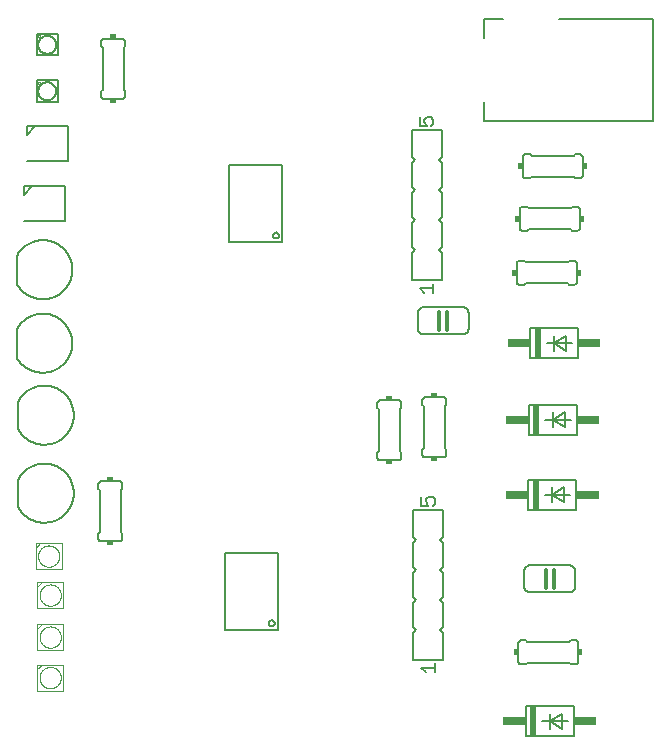
<source format=gto>
G75*
%MOIN*%
%OFA0B0*%
%FSLAX25Y25*%
%IPPOS*%
%LPD*%
%AMOC8*
5,1,8,0,0,1.08239X$1,22.5*
%
%ADD10C,0.00394*%
%ADD11C,0.00600*%
%ADD12R,0.02000X0.10000*%
%ADD13R,0.07500X0.03000*%
%ADD14C,0.00800*%
%ADD15C,0.00500*%
%ADD16C,0.00197*%
%ADD17R,0.02000X0.01500*%
%ADD18R,0.01500X0.02000*%
%ADD19C,0.01200*%
D10*
X0022669Y0030169D02*
X0022669Y0037256D01*
X0024244Y0038831D01*
X0031331Y0038831D01*
X0031331Y0030169D01*
X0022669Y0030169D01*
X0023457Y0034500D02*
X0023459Y0034618D01*
X0023465Y0034737D01*
X0023475Y0034855D01*
X0023489Y0034972D01*
X0023506Y0035089D01*
X0023528Y0035206D01*
X0023554Y0035321D01*
X0023583Y0035436D01*
X0023616Y0035550D01*
X0023653Y0035662D01*
X0023694Y0035773D01*
X0023738Y0035883D01*
X0023786Y0035991D01*
X0023838Y0036098D01*
X0023893Y0036203D01*
X0023952Y0036306D01*
X0024014Y0036406D01*
X0024079Y0036505D01*
X0024148Y0036602D01*
X0024219Y0036696D01*
X0024294Y0036787D01*
X0024372Y0036877D01*
X0024453Y0036963D01*
X0024537Y0037047D01*
X0024623Y0037128D01*
X0024713Y0037206D01*
X0024804Y0037281D01*
X0024898Y0037352D01*
X0024995Y0037421D01*
X0025094Y0037486D01*
X0025194Y0037548D01*
X0025297Y0037607D01*
X0025402Y0037662D01*
X0025509Y0037714D01*
X0025617Y0037762D01*
X0025727Y0037806D01*
X0025838Y0037847D01*
X0025950Y0037884D01*
X0026064Y0037917D01*
X0026179Y0037946D01*
X0026294Y0037972D01*
X0026411Y0037994D01*
X0026528Y0038011D01*
X0026645Y0038025D01*
X0026763Y0038035D01*
X0026882Y0038041D01*
X0027000Y0038043D01*
X0027118Y0038041D01*
X0027237Y0038035D01*
X0027355Y0038025D01*
X0027472Y0038011D01*
X0027589Y0037994D01*
X0027706Y0037972D01*
X0027821Y0037946D01*
X0027936Y0037917D01*
X0028050Y0037884D01*
X0028162Y0037847D01*
X0028273Y0037806D01*
X0028383Y0037762D01*
X0028491Y0037714D01*
X0028598Y0037662D01*
X0028703Y0037607D01*
X0028806Y0037548D01*
X0028906Y0037486D01*
X0029005Y0037421D01*
X0029102Y0037352D01*
X0029196Y0037281D01*
X0029287Y0037206D01*
X0029377Y0037128D01*
X0029463Y0037047D01*
X0029547Y0036963D01*
X0029628Y0036877D01*
X0029706Y0036787D01*
X0029781Y0036696D01*
X0029852Y0036602D01*
X0029921Y0036505D01*
X0029986Y0036406D01*
X0030048Y0036306D01*
X0030107Y0036203D01*
X0030162Y0036098D01*
X0030214Y0035991D01*
X0030262Y0035883D01*
X0030306Y0035773D01*
X0030347Y0035662D01*
X0030384Y0035550D01*
X0030417Y0035436D01*
X0030446Y0035321D01*
X0030472Y0035206D01*
X0030494Y0035089D01*
X0030511Y0034972D01*
X0030525Y0034855D01*
X0030535Y0034737D01*
X0030541Y0034618D01*
X0030543Y0034500D01*
X0030541Y0034382D01*
X0030535Y0034263D01*
X0030525Y0034145D01*
X0030511Y0034028D01*
X0030494Y0033911D01*
X0030472Y0033794D01*
X0030446Y0033679D01*
X0030417Y0033564D01*
X0030384Y0033450D01*
X0030347Y0033338D01*
X0030306Y0033227D01*
X0030262Y0033117D01*
X0030214Y0033009D01*
X0030162Y0032902D01*
X0030107Y0032797D01*
X0030048Y0032694D01*
X0029986Y0032594D01*
X0029921Y0032495D01*
X0029852Y0032398D01*
X0029781Y0032304D01*
X0029706Y0032213D01*
X0029628Y0032123D01*
X0029547Y0032037D01*
X0029463Y0031953D01*
X0029377Y0031872D01*
X0029287Y0031794D01*
X0029196Y0031719D01*
X0029102Y0031648D01*
X0029005Y0031579D01*
X0028906Y0031514D01*
X0028806Y0031452D01*
X0028703Y0031393D01*
X0028598Y0031338D01*
X0028491Y0031286D01*
X0028383Y0031238D01*
X0028273Y0031194D01*
X0028162Y0031153D01*
X0028050Y0031116D01*
X0027936Y0031083D01*
X0027821Y0031054D01*
X0027706Y0031028D01*
X0027589Y0031006D01*
X0027472Y0030989D01*
X0027355Y0030975D01*
X0027237Y0030965D01*
X0027118Y0030959D01*
X0027000Y0030957D01*
X0026882Y0030959D01*
X0026763Y0030965D01*
X0026645Y0030975D01*
X0026528Y0030989D01*
X0026411Y0031006D01*
X0026294Y0031028D01*
X0026179Y0031054D01*
X0026064Y0031083D01*
X0025950Y0031116D01*
X0025838Y0031153D01*
X0025727Y0031194D01*
X0025617Y0031238D01*
X0025509Y0031286D01*
X0025402Y0031338D01*
X0025297Y0031393D01*
X0025194Y0031452D01*
X0025094Y0031514D01*
X0024995Y0031579D01*
X0024898Y0031648D01*
X0024804Y0031719D01*
X0024713Y0031794D01*
X0024623Y0031872D01*
X0024537Y0031953D01*
X0024453Y0032037D01*
X0024372Y0032123D01*
X0024294Y0032213D01*
X0024219Y0032304D01*
X0024148Y0032398D01*
X0024079Y0032495D01*
X0024014Y0032594D01*
X0023952Y0032694D01*
X0023893Y0032797D01*
X0023838Y0032902D01*
X0023786Y0033009D01*
X0023738Y0033117D01*
X0023694Y0033227D01*
X0023653Y0033338D01*
X0023616Y0033450D01*
X0023583Y0033564D01*
X0023554Y0033679D01*
X0023528Y0033794D01*
X0023506Y0033911D01*
X0023489Y0034028D01*
X0023475Y0034145D01*
X0023465Y0034263D01*
X0023459Y0034382D01*
X0023457Y0034500D01*
X0022669Y0037256D02*
X0022669Y0038831D01*
X0024244Y0038831D01*
X0022669Y0043669D02*
X0022669Y0050756D01*
X0024244Y0052331D01*
X0031331Y0052331D01*
X0031331Y0043669D01*
X0022669Y0043669D01*
X0023457Y0048000D02*
X0023459Y0048118D01*
X0023465Y0048237D01*
X0023475Y0048355D01*
X0023489Y0048472D01*
X0023506Y0048589D01*
X0023528Y0048706D01*
X0023554Y0048821D01*
X0023583Y0048936D01*
X0023616Y0049050D01*
X0023653Y0049162D01*
X0023694Y0049273D01*
X0023738Y0049383D01*
X0023786Y0049491D01*
X0023838Y0049598D01*
X0023893Y0049703D01*
X0023952Y0049806D01*
X0024014Y0049906D01*
X0024079Y0050005D01*
X0024148Y0050102D01*
X0024219Y0050196D01*
X0024294Y0050287D01*
X0024372Y0050377D01*
X0024453Y0050463D01*
X0024537Y0050547D01*
X0024623Y0050628D01*
X0024713Y0050706D01*
X0024804Y0050781D01*
X0024898Y0050852D01*
X0024995Y0050921D01*
X0025094Y0050986D01*
X0025194Y0051048D01*
X0025297Y0051107D01*
X0025402Y0051162D01*
X0025509Y0051214D01*
X0025617Y0051262D01*
X0025727Y0051306D01*
X0025838Y0051347D01*
X0025950Y0051384D01*
X0026064Y0051417D01*
X0026179Y0051446D01*
X0026294Y0051472D01*
X0026411Y0051494D01*
X0026528Y0051511D01*
X0026645Y0051525D01*
X0026763Y0051535D01*
X0026882Y0051541D01*
X0027000Y0051543D01*
X0027118Y0051541D01*
X0027237Y0051535D01*
X0027355Y0051525D01*
X0027472Y0051511D01*
X0027589Y0051494D01*
X0027706Y0051472D01*
X0027821Y0051446D01*
X0027936Y0051417D01*
X0028050Y0051384D01*
X0028162Y0051347D01*
X0028273Y0051306D01*
X0028383Y0051262D01*
X0028491Y0051214D01*
X0028598Y0051162D01*
X0028703Y0051107D01*
X0028806Y0051048D01*
X0028906Y0050986D01*
X0029005Y0050921D01*
X0029102Y0050852D01*
X0029196Y0050781D01*
X0029287Y0050706D01*
X0029377Y0050628D01*
X0029463Y0050547D01*
X0029547Y0050463D01*
X0029628Y0050377D01*
X0029706Y0050287D01*
X0029781Y0050196D01*
X0029852Y0050102D01*
X0029921Y0050005D01*
X0029986Y0049906D01*
X0030048Y0049806D01*
X0030107Y0049703D01*
X0030162Y0049598D01*
X0030214Y0049491D01*
X0030262Y0049383D01*
X0030306Y0049273D01*
X0030347Y0049162D01*
X0030384Y0049050D01*
X0030417Y0048936D01*
X0030446Y0048821D01*
X0030472Y0048706D01*
X0030494Y0048589D01*
X0030511Y0048472D01*
X0030525Y0048355D01*
X0030535Y0048237D01*
X0030541Y0048118D01*
X0030543Y0048000D01*
X0030541Y0047882D01*
X0030535Y0047763D01*
X0030525Y0047645D01*
X0030511Y0047528D01*
X0030494Y0047411D01*
X0030472Y0047294D01*
X0030446Y0047179D01*
X0030417Y0047064D01*
X0030384Y0046950D01*
X0030347Y0046838D01*
X0030306Y0046727D01*
X0030262Y0046617D01*
X0030214Y0046509D01*
X0030162Y0046402D01*
X0030107Y0046297D01*
X0030048Y0046194D01*
X0029986Y0046094D01*
X0029921Y0045995D01*
X0029852Y0045898D01*
X0029781Y0045804D01*
X0029706Y0045713D01*
X0029628Y0045623D01*
X0029547Y0045537D01*
X0029463Y0045453D01*
X0029377Y0045372D01*
X0029287Y0045294D01*
X0029196Y0045219D01*
X0029102Y0045148D01*
X0029005Y0045079D01*
X0028906Y0045014D01*
X0028806Y0044952D01*
X0028703Y0044893D01*
X0028598Y0044838D01*
X0028491Y0044786D01*
X0028383Y0044738D01*
X0028273Y0044694D01*
X0028162Y0044653D01*
X0028050Y0044616D01*
X0027936Y0044583D01*
X0027821Y0044554D01*
X0027706Y0044528D01*
X0027589Y0044506D01*
X0027472Y0044489D01*
X0027355Y0044475D01*
X0027237Y0044465D01*
X0027118Y0044459D01*
X0027000Y0044457D01*
X0026882Y0044459D01*
X0026763Y0044465D01*
X0026645Y0044475D01*
X0026528Y0044489D01*
X0026411Y0044506D01*
X0026294Y0044528D01*
X0026179Y0044554D01*
X0026064Y0044583D01*
X0025950Y0044616D01*
X0025838Y0044653D01*
X0025727Y0044694D01*
X0025617Y0044738D01*
X0025509Y0044786D01*
X0025402Y0044838D01*
X0025297Y0044893D01*
X0025194Y0044952D01*
X0025094Y0045014D01*
X0024995Y0045079D01*
X0024898Y0045148D01*
X0024804Y0045219D01*
X0024713Y0045294D01*
X0024623Y0045372D01*
X0024537Y0045453D01*
X0024453Y0045537D01*
X0024372Y0045623D01*
X0024294Y0045713D01*
X0024219Y0045804D01*
X0024148Y0045898D01*
X0024079Y0045995D01*
X0024014Y0046094D01*
X0023952Y0046194D01*
X0023893Y0046297D01*
X0023838Y0046402D01*
X0023786Y0046509D01*
X0023738Y0046617D01*
X0023694Y0046727D01*
X0023653Y0046838D01*
X0023616Y0046950D01*
X0023583Y0047064D01*
X0023554Y0047179D01*
X0023528Y0047294D01*
X0023506Y0047411D01*
X0023489Y0047528D01*
X0023475Y0047645D01*
X0023465Y0047763D01*
X0023459Y0047882D01*
X0023457Y0048000D01*
X0022669Y0050756D02*
X0022669Y0052331D01*
X0024244Y0052331D01*
X0022669Y0057669D02*
X0022669Y0064756D01*
X0024244Y0066331D01*
X0031331Y0066331D01*
X0031331Y0057669D01*
X0022669Y0057669D01*
X0023457Y0062000D02*
X0023459Y0062118D01*
X0023465Y0062237D01*
X0023475Y0062355D01*
X0023489Y0062472D01*
X0023506Y0062589D01*
X0023528Y0062706D01*
X0023554Y0062821D01*
X0023583Y0062936D01*
X0023616Y0063050D01*
X0023653Y0063162D01*
X0023694Y0063273D01*
X0023738Y0063383D01*
X0023786Y0063491D01*
X0023838Y0063598D01*
X0023893Y0063703D01*
X0023952Y0063806D01*
X0024014Y0063906D01*
X0024079Y0064005D01*
X0024148Y0064102D01*
X0024219Y0064196D01*
X0024294Y0064287D01*
X0024372Y0064377D01*
X0024453Y0064463D01*
X0024537Y0064547D01*
X0024623Y0064628D01*
X0024713Y0064706D01*
X0024804Y0064781D01*
X0024898Y0064852D01*
X0024995Y0064921D01*
X0025094Y0064986D01*
X0025194Y0065048D01*
X0025297Y0065107D01*
X0025402Y0065162D01*
X0025509Y0065214D01*
X0025617Y0065262D01*
X0025727Y0065306D01*
X0025838Y0065347D01*
X0025950Y0065384D01*
X0026064Y0065417D01*
X0026179Y0065446D01*
X0026294Y0065472D01*
X0026411Y0065494D01*
X0026528Y0065511D01*
X0026645Y0065525D01*
X0026763Y0065535D01*
X0026882Y0065541D01*
X0027000Y0065543D01*
X0027118Y0065541D01*
X0027237Y0065535D01*
X0027355Y0065525D01*
X0027472Y0065511D01*
X0027589Y0065494D01*
X0027706Y0065472D01*
X0027821Y0065446D01*
X0027936Y0065417D01*
X0028050Y0065384D01*
X0028162Y0065347D01*
X0028273Y0065306D01*
X0028383Y0065262D01*
X0028491Y0065214D01*
X0028598Y0065162D01*
X0028703Y0065107D01*
X0028806Y0065048D01*
X0028906Y0064986D01*
X0029005Y0064921D01*
X0029102Y0064852D01*
X0029196Y0064781D01*
X0029287Y0064706D01*
X0029377Y0064628D01*
X0029463Y0064547D01*
X0029547Y0064463D01*
X0029628Y0064377D01*
X0029706Y0064287D01*
X0029781Y0064196D01*
X0029852Y0064102D01*
X0029921Y0064005D01*
X0029986Y0063906D01*
X0030048Y0063806D01*
X0030107Y0063703D01*
X0030162Y0063598D01*
X0030214Y0063491D01*
X0030262Y0063383D01*
X0030306Y0063273D01*
X0030347Y0063162D01*
X0030384Y0063050D01*
X0030417Y0062936D01*
X0030446Y0062821D01*
X0030472Y0062706D01*
X0030494Y0062589D01*
X0030511Y0062472D01*
X0030525Y0062355D01*
X0030535Y0062237D01*
X0030541Y0062118D01*
X0030543Y0062000D01*
X0030541Y0061882D01*
X0030535Y0061763D01*
X0030525Y0061645D01*
X0030511Y0061528D01*
X0030494Y0061411D01*
X0030472Y0061294D01*
X0030446Y0061179D01*
X0030417Y0061064D01*
X0030384Y0060950D01*
X0030347Y0060838D01*
X0030306Y0060727D01*
X0030262Y0060617D01*
X0030214Y0060509D01*
X0030162Y0060402D01*
X0030107Y0060297D01*
X0030048Y0060194D01*
X0029986Y0060094D01*
X0029921Y0059995D01*
X0029852Y0059898D01*
X0029781Y0059804D01*
X0029706Y0059713D01*
X0029628Y0059623D01*
X0029547Y0059537D01*
X0029463Y0059453D01*
X0029377Y0059372D01*
X0029287Y0059294D01*
X0029196Y0059219D01*
X0029102Y0059148D01*
X0029005Y0059079D01*
X0028906Y0059014D01*
X0028806Y0058952D01*
X0028703Y0058893D01*
X0028598Y0058838D01*
X0028491Y0058786D01*
X0028383Y0058738D01*
X0028273Y0058694D01*
X0028162Y0058653D01*
X0028050Y0058616D01*
X0027936Y0058583D01*
X0027821Y0058554D01*
X0027706Y0058528D01*
X0027589Y0058506D01*
X0027472Y0058489D01*
X0027355Y0058475D01*
X0027237Y0058465D01*
X0027118Y0058459D01*
X0027000Y0058457D01*
X0026882Y0058459D01*
X0026763Y0058465D01*
X0026645Y0058475D01*
X0026528Y0058489D01*
X0026411Y0058506D01*
X0026294Y0058528D01*
X0026179Y0058554D01*
X0026064Y0058583D01*
X0025950Y0058616D01*
X0025838Y0058653D01*
X0025727Y0058694D01*
X0025617Y0058738D01*
X0025509Y0058786D01*
X0025402Y0058838D01*
X0025297Y0058893D01*
X0025194Y0058952D01*
X0025094Y0059014D01*
X0024995Y0059079D01*
X0024898Y0059148D01*
X0024804Y0059219D01*
X0024713Y0059294D01*
X0024623Y0059372D01*
X0024537Y0059453D01*
X0024453Y0059537D01*
X0024372Y0059623D01*
X0024294Y0059713D01*
X0024219Y0059804D01*
X0024148Y0059898D01*
X0024079Y0059995D01*
X0024014Y0060094D01*
X0023952Y0060194D01*
X0023893Y0060297D01*
X0023838Y0060402D01*
X0023786Y0060509D01*
X0023738Y0060617D01*
X0023694Y0060727D01*
X0023653Y0060838D01*
X0023616Y0060950D01*
X0023583Y0061064D01*
X0023554Y0061179D01*
X0023528Y0061294D01*
X0023506Y0061411D01*
X0023489Y0061528D01*
X0023475Y0061645D01*
X0023465Y0061763D01*
X0023459Y0061882D01*
X0023457Y0062000D01*
X0022669Y0064756D02*
X0022669Y0066331D01*
X0024244Y0066331D01*
X0022169Y0070669D02*
X0022169Y0077756D01*
X0023744Y0079331D01*
X0030831Y0079331D01*
X0030831Y0070669D01*
X0022169Y0070669D01*
X0022957Y0075000D02*
X0022959Y0075118D01*
X0022965Y0075237D01*
X0022975Y0075355D01*
X0022989Y0075472D01*
X0023006Y0075589D01*
X0023028Y0075706D01*
X0023054Y0075821D01*
X0023083Y0075936D01*
X0023116Y0076050D01*
X0023153Y0076162D01*
X0023194Y0076273D01*
X0023238Y0076383D01*
X0023286Y0076491D01*
X0023338Y0076598D01*
X0023393Y0076703D01*
X0023452Y0076806D01*
X0023514Y0076906D01*
X0023579Y0077005D01*
X0023648Y0077102D01*
X0023719Y0077196D01*
X0023794Y0077287D01*
X0023872Y0077377D01*
X0023953Y0077463D01*
X0024037Y0077547D01*
X0024123Y0077628D01*
X0024213Y0077706D01*
X0024304Y0077781D01*
X0024398Y0077852D01*
X0024495Y0077921D01*
X0024594Y0077986D01*
X0024694Y0078048D01*
X0024797Y0078107D01*
X0024902Y0078162D01*
X0025009Y0078214D01*
X0025117Y0078262D01*
X0025227Y0078306D01*
X0025338Y0078347D01*
X0025450Y0078384D01*
X0025564Y0078417D01*
X0025679Y0078446D01*
X0025794Y0078472D01*
X0025911Y0078494D01*
X0026028Y0078511D01*
X0026145Y0078525D01*
X0026263Y0078535D01*
X0026382Y0078541D01*
X0026500Y0078543D01*
X0026618Y0078541D01*
X0026737Y0078535D01*
X0026855Y0078525D01*
X0026972Y0078511D01*
X0027089Y0078494D01*
X0027206Y0078472D01*
X0027321Y0078446D01*
X0027436Y0078417D01*
X0027550Y0078384D01*
X0027662Y0078347D01*
X0027773Y0078306D01*
X0027883Y0078262D01*
X0027991Y0078214D01*
X0028098Y0078162D01*
X0028203Y0078107D01*
X0028306Y0078048D01*
X0028406Y0077986D01*
X0028505Y0077921D01*
X0028602Y0077852D01*
X0028696Y0077781D01*
X0028787Y0077706D01*
X0028877Y0077628D01*
X0028963Y0077547D01*
X0029047Y0077463D01*
X0029128Y0077377D01*
X0029206Y0077287D01*
X0029281Y0077196D01*
X0029352Y0077102D01*
X0029421Y0077005D01*
X0029486Y0076906D01*
X0029548Y0076806D01*
X0029607Y0076703D01*
X0029662Y0076598D01*
X0029714Y0076491D01*
X0029762Y0076383D01*
X0029806Y0076273D01*
X0029847Y0076162D01*
X0029884Y0076050D01*
X0029917Y0075936D01*
X0029946Y0075821D01*
X0029972Y0075706D01*
X0029994Y0075589D01*
X0030011Y0075472D01*
X0030025Y0075355D01*
X0030035Y0075237D01*
X0030041Y0075118D01*
X0030043Y0075000D01*
X0030041Y0074882D01*
X0030035Y0074763D01*
X0030025Y0074645D01*
X0030011Y0074528D01*
X0029994Y0074411D01*
X0029972Y0074294D01*
X0029946Y0074179D01*
X0029917Y0074064D01*
X0029884Y0073950D01*
X0029847Y0073838D01*
X0029806Y0073727D01*
X0029762Y0073617D01*
X0029714Y0073509D01*
X0029662Y0073402D01*
X0029607Y0073297D01*
X0029548Y0073194D01*
X0029486Y0073094D01*
X0029421Y0072995D01*
X0029352Y0072898D01*
X0029281Y0072804D01*
X0029206Y0072713D01*
X0029128Y0072623D01*
X0029047Y0072537D01*
X0028963Y0072453D01*
X0028877Y0072372D01*
X0028787Y0072294D01*
X0028696Y0072219D01*
X0028602Y0072148D01*
X0028505Y0072079D01*
X0028406Y0072014D01*
X0028306Y0071952D01*
X0028203Y0071893D01*
X0028098Y0071838D01*
X0027991Y0071786D01*
X0027883Y0071738D01*
X0027773Y0071694D01*
X0027662Y0071653D01*
X0027550Y0071616D01*
X0027436Y0071583D01*
X0027321Y0071554D01*
X0027206Y0071528D01*
X0027089Y0071506D01*
X0026972Y0071489D01*
X0026855Y0071475D01*
X0026737Y0071465D01*
X0026618Y0071459D01*
X0026500Y0071457D01*
X0026382Y0071459D01*
X0026263Y0071465D01*
X0026145Y0071475D01*
X0026028Y0071489D01*
X0025911Y0071506D01*
X0025794Y0071528D01*
X0025679Y0071554D01*
X0025564Y0071583D01*
X0025450Y0071616D01*
X0025338Y0071653D01*
X0025227Y0071694D01*
X0025117Y0071738D01*
X0025009Y0071786D01*
X0024902Y0071838D01*
X0024797Y0071893D01*
X0024694Y0071952D01*
X0024594Y0072014D01*
X0024495Y0072079D01*
X0024398Y0072148D01*
X0024304Y0072219D01*
X0024213Y0072294D01*
X0024123Y0072372D01*
X0024037Y0072453D01*
X0023953Y0072537D01*
X0023872Y0072623D01*
X0023794Y0072713D01*
X0023719Y0072804D01*
X0023648Y0072898D01*
X0023579Y0072995D01*
X0023514Y0073094D01*
X0023452Y0073194D01*
X0023393Y0073297D01*
X0023338Y0073402D01*
X0023286Y0073509D01*
X0023238Y0073617D01*
X0023194Y0073727D01*
X0023153Y0073838D01*
X0023116Y0073950D01*
X0023083Y0074064D01*
X0023054Y0074179D01*
X0023028Y0074294D01*
X0023006Y0074411D01*
X0022989Y0074528D01*
X0022975Y0074645D01*
X0022965Y0074763D01*
X0022959Y0074882D01*
X0022957Y0075000D01*
X0022169Y0077756D02*
X0022169Y0079331D01*
X0023744Y0079331D01*
D11*
X0043000Y0081000D02*
X0043000Y0082500D01*
X0043500Y0083000D01*
X0043500Y0097000D01*
X0043000Y0097500D01*
X0043000Y0099000D01*
X0043002Y0099060D01*
X0043007Y0099121D01*
X0043016Y0099180D01*
X0043029Y0099239D01*
X0043045Y0099298D01*
X0043065Y0099355D01*
X0043088Y0099410D01*
X0043115Y0099465D01*
X0043144Y0099517D01*
X0043177Y0099568D01*
X0043213Y0099617D01*
X0043251Y0099663D01*
X0043293Y0099707D01*
X0043337Y0099749D01*
X0043383Y0099787D01*
X0043432Y0099823D01*
X0043483Y0099856D01*
X0043535Y0099885D01*
X0043590Y0099912D01*
X0043645Y0099935D01*
X0043702Y0099955D01*
X0043761Y0099971D01*
X0043820Y0099984D01*
X0043879Y0099993D01*
X0043940Y0099998D01*
X0044000Y0100000D01*
X0050000Y0100000D01*
X0050060Y0099998D01*
X0050121Y0099993D01*
X0050180Y0099984D01*
X0050239Y0099971D01*
X0050298Y0099955D01*
X0050355Y0099935D01*
X0050410Y0099912D01*
X0050465Y0099885D01*
X0050517Y0099856D01*
X0050568Y0099823D01*
X0050617Y0099787D01*
X0050663Y0099749D01*
X0050707Y0099707D01*
X0050749Y0099663D01*
X0050787Y0099617D01*
X0050823Y0099568D01*
X0050856Y0099517D01*
X0050885Y0099465D01*
X0050912Y0099410D01*
X0050935Y0099355D01*
X0050955Y0099298D01*
X0050971Y0099239D01*
X0050984Y0099180D01*
X0050993Y0099121D01*
X0050998Y0099060D01*
X0051000Y0099000D01*
X0051000Y0097500D01*
X0050500Y0097000D01*
X0050500Y0083000D01*
X0051000Y0082500D01*
X0051000Y0081000D01*
X0050998Y0080940D01*
X0050993Y0080879D01*
X0050984Y0080820D01*
X0050971Y0080761D01*
X0050955Y0080702D01*
X0050935Y0080645D01*
X0050912Y0080590D01*
X0050885Y0080535D01*
X0050856Y0080483D01*
X0050823Y0080432D01*
X0050787Y0080383D01*
X0050749Y0080337D01*
X0050707Y0080293D01*
X0050663Y0080251D01*
X0050617Y0080213D01*
X0050568Y0080177D01*
X0050517Y0080144D01*
X0050465Y0080115D01*
X0050410Y0080088D01*
X0050355Y0080065D01*
X0050298Y0080045D01*
X0050239Y0080029D01*
X0050180Y0080016D01*
X0050121Y0080007D01*
X0050060Y0080002D01*
X0050000Y0080000D01*
X0044000Y0080000D01*
X0043940Y0080002D01*
X0043879Y0080007D01*
X0043820Y0080016D01*
X0043761Y0080029D01*
X0043702Y0080045D01*
X0043645Y0080065D01*
X0043590Y0080088D01*
X0043535Y0080115D01*
X0043483Y0080144D01*
X0043432Y0080177D01*
X0043383Y0080213D01*
X0043337Y0080251D01*
X0043293Y0080293D01*
X0043251Y0080337D01*
X0043213Y0080383D01*
X0043177Y0080432D01*
X0043144Y0080483D01*
X0043115Y0080535D01*
X0043088Y0080590D01*
X0043065Y0080645D01*
X0043045Y0080702D01*
X0043029Y0080761D01*
X0043016Y0080820D01*
X0043007Y0080879D01*
X0043002Y0080940D01*
X0043000Y0081000D01*
X0136000Y0108000D02*
X0136000Y0109500D01*
X0136500Y0110000D01*
X0136500Y0124000D01*
X0136000Y0124500D01*
X0136000Y0126000D01*
X0136002Y0126060D01*
X0136007Y0126121D01*
X0136016Y0126180D01*
X0136029Y0126239D01*
X0136045Y0126298D01*
X0136065Y0126355D01*
X0136088Y0126410D01*
X0136115Y0126465D01*
X0136144Y0126517D01*
X0136177Y0126568D01*
X0136213Y0126617D01*
X0136251Y0126663D01*
X0136293Y0126707D01*
X0136337Y0126749D01*
X0136383Y0126787D01*
X0136432Y0126823D01*
X0136483Y0126856D01*
X0136535Y0126885D01*
X0136590Y0126912D01*
X0136645Y0126935D01*
X0136702Y0126955D01*
X0136761Y0126971D01*
X0136820Y0126984D01*
X0136879Y0126993D01*
X0136940Y0126998D01*
X0137000Y0127000D01*
X0143000Y0127000D01*
X0143060Y0126998D01*
X0143121Y0126993D01*
X0143180Y0126984D01*
X0143239Y0126971D01*
X0143298Y0126955D01*
X0143355Y0126935D01*
X0143410Y0126912D01*
X0143465Y0126885D01*
X0143517Y0126856D01*
X0143568Y0126823D01*
X0143617Y0126787D01*
X0143663Y0126749D01*
X0143707Y0126707D01*
X0143749Y0126663D01*
X0143787Y0126617D01*
X0143823Y0126568D01*
X0143856Y0126517D01*
X0143885Y0126465D01*
X0143912Y0126410D01*
X0143935Y0126355D01*
X0143955Y0126298D01*
X0143971Y0126239D01*
X0143984Y0126180D01*
X0143993Y0126121D01*
X0143998Y0126060D01*
X0144000Y0126000D01*
X0144000Y0124500D01*
X0143500Y0124000D01*
X0143500Y0110000D01*
X0144000Y0109500D01*
X0144000Y0108000D01*
X0143998Y0107940D01*
X0143993Y0107879D01*
X0143984Y0107820D01*
X0143971Y0107761D01*
X0143955Y0107702D01*
X0143935Y0107645D01*
X0143912Y0107590D01*
X0143885Y0107535D01*
X0143856Y0107483D01*
X0143823Y0107432D01*
X0143787Y0107383D01*
X0143749Y0107337D01*
X0143707Y0107293D01*
X0143663Y0107251D01*
X0143617Y0107213D01*
X0143568Y0107177D01*
X0143517Y0107144D01*
X0143465Y0107115D01*
X0143410Y0107088D01*
X0143355Y0107065D01*
X0143298Y0107045D01*
X0143239Y0107029D01*
X0143180Y0107016D01*
X0143121Y0107007D01*
X0143060Y0107002D01*
X0143000Y0107000D01*
X0137000Y0107000D01*
X0136940Y0107002D01*
X0136879Y0107007D01*
X0136820Y0107016D01*
X0136761Y0107029D01*
X0136702Y0107045D01*
X0136645Y0107065D01*
X0136590Y0107088D01*
X0136535Y0107115D01*
X0136483Y0107144D01*
X0136432Y0107177D01*
X0136383Y0107213D01*
X0136337Y0107251D01*
X0136293Y0107293D01*
X0136251Y0107337D01*
X0136213Y0107383D01*
X0136177Y0107432D01*
X0136144Y0107483D01*
X0136115Y0107535D01*
X0136088Y0107590D01*
X0136065Y0107645D01*
X0136045Y0107702D01*
X0136029Y0107761D01*
X0136016Y0107820D01*
X0136007Y0107879D01*
X0136002Y0107940D01*
X0136000Y0108000D01*
X0148000Y0090500D02*
X0148000Y0081500D01*
X0149000Y0080500D01*
X0148000Y0079500D01*
X0148000Y0071500D01*
X0149000Y0070500D01*
X0148000Y0069500D01*
X0148000Y0061500D01*
X0149000Y0060500D01*
X0148000Y0059500D01*
X0148000Y0051500D01*
X0149000Y0050500D01*
X0148000Y0049500D01*
X0148000Y0040500D01*
X0158000Y0040500D01*
X0158000Y0049500D01*
X0157000Y0050500D01*
X0158000Y0051500D01*
X0158000Y0059500D01*
X0157000Y0060500D01*
X0158000Y0061500D01*
X0158000Y0069500D01*
X0157000Y0070500D01*
X0158000Y0071500D01*
X0158000Y0079500D01*
X0157000Y0080500D01*
X0158000Y0081500D01*
X0158000Y0090500D01*
X0148000Y0090500D01*
X0152000Y0108000D02*
X0158000Y0108000D01*
X0158060Y0108002D01*
X0158121Y0108007D01*
X0158180Y0108016D01*
X0158239Y0108029D01*
X0158298Y0108045D01*
X0158355Y0108065D01*
X0158410Y0108088D01*
X0158465Y0108115D01*
X0158517Y0108144D01*
X0158568Y0108177D01*
X0158617Y0108213D01*
X0158663Y0108251D01*
X0158707Y0108293D01*
X0158749Y0108337D01*
X0158787Y0108383D01*
X0158823Y0108432D01*
X0158856Y0108483D01*
X0158885Y0108535D01*
X0158912Y0108590D01*
X0158935Y0108645D01*
X0158955Y0108702D01*
X0158971Y0108761D01*
X0158984Y0108820D01*
X0158993Y0108879D01*
X0158998Y0108940D01*
X0159000Y0109000D01*
X0159000Y0110500D01*
X0158500Y0111000D01*
X0158500Y0125000D01*
X0159000Y0125500D01*
X0159000Y0127000D01*
X0158998Y0127060D01*
X0158993Y0127121D01*
X0158984Y0127180D01*
X0158971Y0127239D01*
X0158955Y0127298D01*
X0158935Y0127355D01*
X0158912Y0127410D01*
X0158885Y0127465D01*
X0158856Y0127517D01*
X0158823Y0127568D01*
X0158787Y0127617D01*
X0158749Y0127663D01*
X0158707Y0127707D01*
X0158663Y0127749D01*
X0158617Y0127787D01*
X0158568Y0127823D01*
X0158517Y0127856D01*
X0158465Y0127885D01*
X0158410Y0127912D01*
X0158355Y0127935D01*
X0158298Y0127955D01*
X0158239Y0127971D01*
X0158180Y0127984D01*
X0158121Y0127993D01*
X0158060Y0127998D01*
X0158000Y0128000D01*
X0152000Y0128000D01*
X0151940Y0127998D01*
X0151879Y0127993D01*
X0151820Y0127984D01*
X0151761Y0127971D01*
X0151702Y0127955D01*
X0151645Y0127935D01*
X0151590Y0127912D01*
X0151535Y0127885D01*
X0151483Y0127856D01*
X0151432Y0127823D01*
X0151383Y0127787D01*
X0151337Y0127749D01*
X0151293Y0127707D01*
X0151251Y0127663D01*
X0151213Y0127617D01*
X0151177Y0127568D01*
X0151144Y0127517D01*
X0151115Y0127465D01*
X0151088Y0127410D01*
X0151065Y0127355D01*
X0151045Y0127298D01*
X0151029Y0127239D01*
X0151016Y0127180D01*
X0151007Y0127121D01*
X0151002Y0127060D01*
X0151000Y0127000D01*
X0151000Y0125500D01*
X0151500Y0125000D01*
X0151500Y0111000D01*
X0151000Y0110500D01*
X0151000Y0109000D01*
X0151002Y0108940D01*
X0151007Y0108879D01*
X0151016Y0108820D01*
X0151029Y0108761D01*
X0151045Y0108702D01*
X0151065Y0108645D01*
X0151088Y0108590D01*
X0151115Y0108535D01*
X0151144Y0108483D01*
X0151177Y0108432D01*
X0151213Y0108383D01*
X0151251Y0108337D01*
X0151293Y0108293D01*
X0151337Y0108251D01*
X0151383Y0108213D01*
X0151432Y0108177D01*
X0151483Y0108144D01*
X0151535Y0108115D01*
X0151590Y0108088D01*
X0151645Y0108065D01*
X0151702Y0108045D01*
X0151761Y0108029D01*
X0151820Y0108016D01*
X0151879Y0108007D01*
X0151940Y0108002D01*
X0152000Y0108000D01*
X0185000Y0070000D02*
X0185000Y0065000D01*
X0185002Y0064913D01*
X0185008Y0064826D01*
X0185017Y0064739D01*
X0185030Y0064653D01*
X0185047Y0064567D01*
X0185068Y0064482D01*
X0185093Y0064399D01*
X0185121Y0064316D01*
X0185152Y0064235D01*
X0185187Y0064155D01*
X0185226Y0064077D01*
X0185268Y0064000D01*
X0185313Y0063925D01*
X0185362Y0063853D01*
X0185413Y0063782D01*
X0185468Y0063714D01*
X0185525Y0063649D01*
X0185586Y0063586D01*
X0185649Y0063525D01*
X0185714Y0063468D01*
X0185782Y0063413D01*
X0185853Y0063362D01*
X0185925Y0063313D01*
X0186000Y0063268D01*
X0186077Y0063226D01*
X0186155Y0063187D01*
X0186235Y0063152D01*
X0186316Y0063121D01*
X0186399Y0063093D01*
X0186482Y0063068D01*
X0186567Y0063047D01*
X0186653Y0063030D01*
X0186739Y0063017D01*
X0186826Y0063008D01*
X0186913Y0063002D01*
X0187000Y0063000D01*
X0200000Y0063000D01*
X0200087Y0063002D01*
X0200174Y0063008D01*
X0200261Y0063017D01*
X0200347Y0063030D01*
X0200433Y0063047D01*
X0200518Y0063068D01*
X0200601Y0063093D01*
X0200684Y0063121D01*
X0200765Y0063152D01*
X0200845Y0063187D01*
X0200923Y0063226D01*
X0201000Y0063268D01*
X0201075Y0063313D01*
X0201147Y0063362D01*
X0201218Y0063413D01*
X0201286Y0063468D01*
X0201351Y0063525D01*
X0201414Y0063586D01*
X0201475Y0063649D01*
X0201532Y0063714D01*
X0201587Y0063782D01*
X0201638Y0063853D01*
X0201687Y0063925D01*
X0201732Y0064000D01*
X0201774Y0064077D01*
X0201813Y0064155D01*
X0201848Y0064235D01*
X0201879Y0064316D01*
X0201907Y0064399D01*
X0201932Y0064482D01*
X0201953Y0064567D01*
X0201970Y0064653D01*
X0201983Y0064739D01*
X0201992Y0064826D01*
X0201998Y0064913D01*
X0202000Y0065000D01*
X0202000Y0070000D01*
X0201998Y0070087D01*
X0201992Y0070174D01*
X0201983Y0070261D01*
X0201970Y0070347D01*
X0201953Y0070433D01*
X0201932Y0070518D01*
X0201907Y0070601D01*
X0201879Y0070684D01*
X0201848Y0070765D01*
X0201813Y0070845D01*
X0201774Y0070923D01*
X0201732Y0071000D01*
X0201687Y0071075D01*
X0201638Y0071147D01*
X0201587Y0071218D01*
X0201532Y0071286D01*
X0201475Y0071351D01*
X0201414Y0071414D01*
X0201351Y0071475D01*
X0201286Y0071532D01*
X0201218Y0071587D01*
X0201147Y0071638D01*
X0201075Y0071687D01*
X0201000Y0071732D01*
X0200923Y0071774D01*
X0200845Y0071813D01*
X0200765Y0071848D01*
X0200684Y0071879D01*
X0200601Y0071907D01*
X0200518Y0071932D01*
X0200433Y0071953D01*
X0200347Y0071970D01*
X0200261Y0071983D01*
X0200174Y0071992D01*
X0200087Y0071998D01*
X0200000Y0072000D01*
X0187000Y0072000D01*
X0186913Y0071998D01*
X0186826Y0071992D01*
X0186739Y0071983D01*
X0186653Y0071970D01*
X0186567Y0071953D01*
X0186482Y0071932D01*
X0186399Y0071907D01*
X0186316Y0071879D01*
X0186235Y0071848D01*
X0186155Y0071813D01*
X0186077Y0071774D01*
X0186000Y0071732D01*
X0185925Y0071687D01*
X0185853Y0071638D01*
X0185782Y0071587D01*
X0185714Y0071532D01*
X0185649Y0071475D01*
X0185586Y0071414D01*
X0185525Y0071351D01*
X0185468Y0071286D01*
X0185413Y0071218D01*
X0185362Y0071147D01*
X0185313Y0071075D01*
X0185268Y0071000D01*
X0185226Y0070923D01*
X0185187Y0070845D01*
X0185152Y0070765D01*
X0185121Y0070684D01*
X0185093Y0070601D01*
X0185068Y0070518D01*
X0185047Y0070433D01*
X0185030Y0070347D01*
X0185017Y0070261D01*
X0185008Y0070174D01*
X0185002Y0070087D01*
X0185000Y0070000D01*
X0186406Y0090508D02*
X0186406Y0100508D01*
X0202406Y0100508D01*
X0202406Y0090508D01*
X0186406Y0090508D01*
X0191906Y0095508D02*
X0194406Y0095508D01*
X0194406Y0093008D01*
X0194406Y0095508D02*
X0194406Y0098008D01*
X0194406Y0095508D02*
X0198406Y0098008D01*
X0198406Y0093008D01*
X0194406Y0095508D01*
X0200406Y0095508D01*
X0202500Y0115500D02*
X0186500Y0115500D01*
X0186500Y0125500D01*
X0202500Y0125500D01*
X0202500Y0115500D01*
X0198500Y0118000D02*
X0194500Y0120500D01*
X0194500Y0118000D01*
X0194500Y0120500D02*
X0192000Y0120500D01*
X0194500Y0120500D02*
X0194500Y0123000D01*
X0194500Y0120500D02*
X0198500Y0123000D01*
X0198500Y0118000D01*
X0200500Y0120500D02*
X0194500Y0120500D01*
X0187000Y0141000D02*
X0187000Y0151000D01*
X0203000Y0151000D01*
X0203000Y0141000D01*
X0187000Y0141000D01*
X0192500Y0146000D02*
X0195000Y0146000D01*
X0195000Y0143500D01*
X0195000Y0146000D02*
X0195000Y0148500D01*
X0195000Y0146000D02*
X0199000Y0148500D01*
X0199000Y0143500D01*
X0195000Y0146000D01*
X0201000Y0146000D01*
X0201500Y0165500D02*
X0200000Y0165500D01*
X0199500Y0166000D01*
X0185500Y0166000D01*
X0185000Y0165500D01*
X0183500Y0165500D01*
X0183440Y0165502D01*
X0183379Y0165507D01*
X0183320Y0165516D01*
X0183261Y0165529D01*
X0183202Y0165545D01*
X0183145Y0165565D01*
X0183090Y0165588D01*
X0183035Y0165615D01*
X0182983Y0165644D01*
X0182932Y0165677D01*
X0182883Y0165713D01*
X0182837Y0165751D01*
X0182793Y0165793D01*
X0182751Y0165837D01*
X0182713Y0165883D01*
X0182677Y0165932D01*
X0182644Y0165983D01*
X0182615Y0166035D01*
X0182588Y0166090D01*
X0182565Y0166145D01*
X0182545Y0166202D01*
X0182529Y0166261D01*
X0182516Y0166320D01*
X0182507Y0166379D01*
X0182502Y0166440D01*
X0182500Y0166500D01*
X0182500Y0172500D01*
X0182502Y0172560D01*
X0182507Y0172621D01*
X0182516Y0172680D01*
X0182529Y0172739D01*
X0182545Y0172798D01*
X0182565Y0172855D01*
X0182588Y0172910D01*
X0182615Y0172965D01*
X0182644Y0173017D01*
X0182677Y0173068D01*
X0182713Y0173117D01*
X0182751Y0173163D01*
X0182793Y0173207D01*
X0182837Y0173249D01*
X0182883Y0173287D01*
X0182932Y0173323D01*
X0182983Y0173356D01*
X0183035Y0173385D01*
X0183090Y0173412D01*
X0183145Y0173435D01*
X0183202Y0173455D01*
X0183261Y0173471D01*
X0183320Y0173484D01*
X0183379Y0173493D01*
X0183440Y0173498D01*
X0183500Y0173500D01*
X0185000Y0173500D01*
X0185500Y0173000D01*
X0199500Y0173000D01*
X0200000Y0173500D01*
X0201500Y0173500D01*
X0201560Y0173498D01*
X0201621Y0173493D01*
X0201680Y0173484D01*
X0201739Y0173471D01*
X0201798Y0173455D01*
X0201855Y0173435D01*
X0201910Y0173412D01*
X0201965Y0173385D01*
X0202017Y0173356D01*
X0202068Y0173323D01*
X0202117Y0173287D01*
X0202163Y0173249D01*
X0202207Y0173207D01*
X0202249Y0173163D01*
X0202287Y0173117D01*
X0202323Y0173068D01*
X0202356Y0173017D01*
X0202385Y0172965D01*
X0202412Y0172910D01*
X0202435Y0172855D01*
X0202455Y0172798D01*
X0202471Y0172739D01*
X0202484Y0172680D01*
X0202493Y0172621D01*
X0202498Y0172560D01*
X0202500Y0172500D01*
X0202500Y0166500D01*
X0202498Y0166440D01*
X0202493Y0166379D01*
X0202484Y0166320D01*
X0202471Y0166261D01*
X0202455Y0166202D01*
X0202435Y0166145D01*
X0202412Y0166090D01*
X0202385Y0166035D01*
X0202356Y0165983D01*
X0202323Y0165932D01*
X0202287Y0165883D01*
X0202249Y0165837D01*
X0202207Y0165793D01*
X0202163Y0165751D01*
X0202117Y0165713D01*
X0202068Y0165677D01*
X0202017Y0165644D01*
X0201965Y0165615D01*
X0201910Y0165588D01*
X0201855Y0165565D01*
X0201798Y0165545D01*
X0201739Y0165529D01*
X0201680Y0165516D01*
X0201621Y0165507D01*
X0201560Y0165502D01*
X0201500Y0165500D01*
X0201000Y0183500D02*
X0200500Y0184000D01*
X0186500Y0184000D01*
X0186000Y0183500D01*
X0184500Y0183500D01*
X0184440Y0183502D01*
X0184379Y0183507D01*
X0184320Y0183516D01*
X0184261Y0183529D01*
X0184202Y0183545D01*
X0184145Y0183565D01*
X0184090Y0183588D01*
X0184035Y0183615D01*
X0183983Y0183644D01*
X0183932Y0183677D01*
X0183883Y0183713D01*
X0183837Y0183751D01*
X0183793Y0183793D01*
X0183751Y0183837D01*
X0183713Y0183883D01*
X0183677Y0183932D01*
X0183644Y0183983D01*
X0183615Y0184035D01*
X0183588Y0184090D01*
X0183565Y0184145D01*
X0183545Y0184202D01*
X0183529Y0184261D01*
X0183516Y0184320D01*
X0183507Y0184379D01*
X0183502Y0184440D01*
X0183500Y0184500D01*
X0183500Y0190500D01*
X0183502Y0190560D01*
X0183507Y0190621D01*
X0183516Y0190680D01*
X0183529Y0190739D01*
X0183545Y0190798D01*
X0183565Y0190855D01*
X0183588Y0190910D01*
X0183615Y0190965D01*
X0183644Y0191017D01*
X0183677Y0191068D01*
X0183713Y0191117D01*
X0183751Y0191163D01*
X0183793Y0191207D01*
X0183837Y0191249D01*
X0183883Y0191287D01*
X0183932Y0191323D01*
X0183983Y0191356D01*
X0184035Y0191385D01*
X0184090Y0191412D01*
X0184145Y0191435D01*
X0184202Y0191455D01*
X0184261Y0191471D01*
X0184320Y0191484D01*
X0184379Y0191493D01*
X0184440Y0191498D01*
X0184500Y0191500D01*
X0186000Y0191500D01*
X0186500Y0191000D01*
X0200500Y0191000D01*
X0201000Y0191500D01*
X0202500Y0191500D01*
X0202560Y0191498D01*
X0202621Y0191493D01*
X0202680Y0191484D01*
X0202739Y0191471D01*
X0202798Y0191455D01*
X0202855Y0191435D01*
X0202910Y0191412D01*
X0202965Y0191385D01*
X0203017Y0191356D01*
X0203068Y0191323D01*
X0203117Y0191287D01*
X0203163Y0191249D01*
X0203207Y0191207D01*
X0203249Y0191163D01*
X0203287Y0191117D01*
X0203323Y0191068D01*
X0203356Y0191017D01*
X0203385Y0190965D01*
X0203412Y0190910D01*
X0203435Y0190855D01*
X0203455Y0190798D01*
X0203471Y0190739D01*
X0203484Y0190680D01*
X0203493Y0190621D01*
X0203498Y0190560D01*
X0203500Y0190500D01*
X0203500Y0184500D01*
X0203498Y0184440D01*
X0203493Y0184379D01*
X0203484Y0184320D01*
X0203471Y0184261D01*
X0203455Y0184202D01*
X0203435Y0184145D01*
X0203412Y0184090D01*
X0203385Y0184035D01*
X0203356Y0183983D01*
X0203323Y0183932D01*
X0203287Y0183883D01*
X0203249Y0183837D01*
X0203207Y0183793D01*
X0203163Y0183751D01*
X0203117Y0183713D01*
X0203068Y0183677D01*
X0203017Y0183644D01*
X0202965Y0183615D01*
X0202910Y0183588D01*
X0202855Y0183565D01*
X0202798Y0183545D01*
X0202739Y0183529D01*
X0202680Y0183516D01*
X0202621Y0183507D01*
X0202560Y0183502D01*
X0202500Y0183500D01*
X0201000Y0183500D01*
X0202000Y0201000D02*
X0201500Y0201500D01*
X0187500Y0201500D01*
X0187000Y0201000D01*
X0185500Y0201000D01*
X0185440Y0201002D01*
X0185379Y0201007D01*
X0185320Y0201016D01*
X0185261Y0201029D01*
X0185202Y0201045D01*
X0185145Y0201065D01*
X0185090Y0201088D01*
X0185035Y0201115D01*
X0184983Y0201144D01*
X0184932Y0201177D01*
X0184883Y0201213D01*
X0184837Y0201251D01*
X0184793Y0201293D01*
X0184751Y0201337D01*
X0184713Y0201383D01*
X0184677Y0201432D01*
X0184644Y0201483D01*
X0184615Y0201535D01*
X0184588Y0201590D01*
X0184565Y0201645D01*
X0184545Y0201702D01*
X0184529Y0201761D01*
X0184516Y0201820D01*
X0184507Y0201879D01*
X0184502Y0201940D01*
X0184500Y0202000D01*
X0184500Y0208000D01*
X0184502Y0208060D01*
X0184507Y0208121D01*
X0184516Y0208180D01*
X0184529Y0208239D01*
X0184545Y0208298D01*
X0184565Y0208355D01*
X0184588Y0208410D01*
X0184615Y0208465D01*
X0184644Y0208517D01*
X0184677Y0208568D01*
X0184713Y0208617D01*
X0184751Y0208663D01*
X0184793Y0208707D01*
X0184837Y0208749D01*
X0184883Y0208787D01*
X0184932Y0208823D01*
X0184983Y0208856D01*
X0185035Y0208885D01*
X0185090Y0208912D01*
X0185145Y0208935D01*
X0185202Y0208955D01*
X0185261Y0208971D01*
X0185320Y0208984D01*
X0185379Y0208993D01*
X0185440Y0208998D01*
X0185500Y0209000D01*
X0187000Y0209000D01*
X0187500Y0208500D01*
X0201500Y0208500D01*
X0202000Y0209000D01*
X0203500Y0209000D01*
X0203560Y0208998D01*
X0203621Y0208993D01*
X0203680Y0208984D01*
X0203739Y0208971D01*
X0203798Y0208955D01*
X0203855Y0208935D01*
X0203910Y0208912D01*
X0203965Y0208885D01*
X0204017Y0208856D01*
X0204068Y0208823D01*
X0204117Y0208787D01*
X0204163Y0208749D01*
X0204207Y0208707D01*
X0204249Y0208663D01*
X0204287Y0208617D01*
X0204323Y0208568D01*
X0204356Y0208517D01*
X0204385Y0208465D01*
X0204412Y0208410D01*
X0204435Y0208355D01*
X0204455Y0208298D01*
X0204471Y0208239D01*
X0204484Y0208180D01*
X0204493Y0208121D01*
X0204498Y0208060D01*
X0204500Y0208000D01*
X0204500Y0202000D01*
X0204498Y0201940D01*
X0204493Y0201879D01*
X0204484Y0201820D01*
X0204471Y0201761D01*
X0204455Y0201702D01*
X0204435Y0201645D01*
X0204412Y0201590D01*
X0204385Y0201535D01*
X0204356Y0201483D01*
X0204323Y0201432D01*
X0204287Y0201383D01*
X0204249Y0201337D01*
X0204207Y0201293D01*
X0204163Y0201251D01*
X0204117Y0201213D01*
X0204068Y0201177D01*
X0204017Y0201144D01*
X0203965Y0201115D01*
X0203910Y0201088D01*
X0203855Y0201065D01*
X0203798Y0201045D01*
X0203739Y0201029D01*
X0203680Y0201016D01*
X0203621Y0201007D01*
X0203560Y0201002D01*
X0203500Y0201000D01*
X0202000Y0201000D01*
X0164500Y0158000D02*
X0151500Y0158000D01*
X0151413Y0157998D01*
X0151326Y0157992D01*
X0151239Y0157983D01*
X0151153Y0157970D01*
X0151067Y0157953D01*
X0150982Y0157932D01*
X0150899Y0157907D01*
X0150816Y0157879D01*
X0150735Y0157848D01*
X0150655Y0157813D01*
X0150577Y0157774D01*
X0150500Y0157732D01*
X0150425Y0157687D01*
X0150353Y0157638D01*
X0150282Y0157587D01*
X0150214Y0157532D01*
X0150149Y0157475D01*
X0150086Y0157414D01*
X0150025Y0157351D01*
X0149968Y0157286D01*
X0149913Y0157218D01*
X0149862Y0157147D01*
X0149813Y0157075D01*
X0149768Y0157000D01*
X0149726Y0156923D01*
X0149687Y0156845D01*
X0149652Y0156765D01*
X0149621Y0156684D01*
X0149593Y0156601D01*
X0149568Y0156518D01*
X0149547Y0156433D01*
X0149530Y0156347D01*
X0149517Y0156261D01*
X0149508Y0156174D01*
X0149502Y0156087D01*
X0149500Y0156000D01*
X0149500Y0151000D01*
X0149502Y0150913D01*
X0149508Y0150826D01*
X0149517Y0150739D01*
X0149530Y0150653D01*
X0149547Y0150567D01*
X0149568Y0150482D01*
X0149593Y0150399D01*
X0149621Y0150316D01*
X0149652Y0150235D01*
X0149687Y0150155D01*
X0149726Y0150077D01*
X0149768Y0150000D01*
X0149813Y0149925D01*
X0149862Y0149853D01*
X0149913Y0149782D01*
X0149968Y0149714D01*
X0150025Y0149649D01*
X0150086Y0149586D01*
X0150149Y0149525D01*
X0150214Y0149468D01*
X0150282Y0149413D01*
X0150353Y0149362D01*
X0150425Y0149313D01*
X0150500Y0149268D01*
X0150577Y0149226D01*
X0150655Y0149187D01*
X0150735Y0149152D01*
X0150816Y0149121D01*
X0150899Y0149093D01*
X0150982Y0149068D01*
X0151067Y0149047D01*
X0151153Y0149030D01*
X0151239Y0149017D01*
X0151326Y0149008D01*
X0151413Y0149002D01*
X0151500Y0149000D01*
X0164500Y0149000D01*
X0164587Y0149002D01*
X0164674Y0149008D01*
X0164761Y0149017D01*
X0164847Y0149030D01*
X0164933Y0149047D01*
X0165018Y0149068D01*
X0165101Y0149093D01*
X0165184Y0149121D01*
X0165265Y0149152D01*
X0165345Y0149187D01*
X0165423Y0149226D01*
X0165500Y0149268D01*
X0165575Y0149313D01*
X0165647Y0149362D01*
X0165718Y0149413D01*
X0165786Y0149468D01*
X0165851Y0149525D01*
X0165914Y0149586D01*
X0165975Y0149649D01*
X0166032Y0149714D01*
X0166087Y0149782D01*
X0166138Y0149853D01*
X0166187Y0149925D01*
X0166232Y0150000D01*
X0166274Y0150077D01*
X0166313Y0150155D01*
X0166348Y0150235D01*
X0166379Y0150316D01*
X0166407Y0150399D01*
X0166432Y0150482D01*
X0166453Y0150567D01*
X0166470Y0150653D01*
X0166483Y0150739D01*
X0166492Y0150826D01*
X0166498Y0150913D01*
X0166500Y0151000D01*
X0166500Y0156000D01*
X0166498Y0156087D01*
X0166492Y0156174D01*
X0166483Y0156261D01*
X0166470Y0156347D01*
X0166453Y0156433D01*
X0166432Y0156518D01*
X0166407Y0156601D01*
X0166379Y0156684D01*
X0166348Y0156765D01*
X0166313Y0156845D01*
X0166274Y0156923D01*
X0166232Y0157000D01*
X0166187Y0157075D01*
X0166138Y0157147D01*
X0166087Y0157218D01*
X0166032Y0157286D01*
X0165975Y0157351D01*
X0165914Y0157414D01*
X0165851Y0157475D01*
X0165786Y0157532D01*
X0165718Y0157587D01*
X0165647Y0157638D01*
X0165575Y0157687D01*
X0165500Y0157732D01*
X0165423Y0157774D01*
X0165345Y0157813D01*
X0165265Y0157848D01*
X0165184Y0157879D01*
X0165101Y0157907D01*
X0165018Y0157932D01*
X0164933Y0157953D01*
X0164847Y0157970D01*
X0164761Y0157983D01*
X0164674Y0157992D01*
X0164587Y0157998D01*
X0164500Y0158000D01*
X0157500Y0167000D02*
X0157500Y0176000D01*
X0156500Y0177000D01*
X0157500Y0178000D01*
X0157500Y0186000D01*
X0156500Y0187000D01*
X0157500Y0188000D01*
X0157500Y0196000D01*
X0156500Y0197000D01*
X0157500Y0198000D01*
X0157500Y0206000D01*
X0156500Y0207000D01*
X0157500Y0208000D01*
X0157500Y0217000D01*
X0147500Y0217000D01*
X0147500Y0208000D01*
X0148500Y0207000D01*
X0147500Y0206000D01*
X0147500Y0198000D01*
X0148500Y0197000D01*
X0147500Y0196000D01*
X0147500Y0188000D01*
X0148500Y0187000D01*
X0147500Y0186000D01*
X0147500Y0178000D01*
X0148500Y0177000D01*
X0147500Y0176000D01*
X0147500Y0167000D01*
X0157500Y0167000D01*
X0052000Y0228500D02*
X0052000Y0230000D01*
X0051500Y0230500D01*
X0051500Y0244500D01*
X0052000Y0245000D01*
X0052000Y0246500D01*
X0051998Y0246560D01*
X0051993Y0246621D01*
X0051984Y0246680D01*
X0051971Y0246739D01*
X0051955Y0246798D01*
X0051935Y0246855D01*
X0051912Y0246910D01*
X0051885Y0246965D01*
X0051856Y0247017D01*
X0051823Y0247068D01*
X0051787Y0247117D01*
X0051749Y0247163D01*
X0051707Y0247207D01*
X0051663Y0247249D01*
X0051617Y0247287D01*
X0051568Y0247323D01*
X0051517Y0247356D01*
X0051465Y0247385D01*
X0051410Y0247412D01*
X0051355Y0247435D01*
X0051298Y0247455D01*
X0051239Y0247471D01*
X0051180Y0247484D01*
X0051121Y0247493D01*
X0051060Y0247498D01*
X0051000Y0247500D01*
X0045000Y0247500D01*
X0044940Y0247498D01*
X0044879Y0247493D01*
X0044820Y0247484D01*
X0044761Y0247471D01*
X0044702Y0247455D01*
X0044645Y0247435D01*
X0044590Y0247412D01*
X0044535Y0247385D01*
X0044483Y0247356D01*
X0044432Y0247323D01*
X0044383Y0247287D01*
X0044337Y0247249D01*
X0044293Y0247207D01*
X0044251Y0247163D01*
X0044213Y0247117D01*
X0044177Y0247068D01*
X0044144Y0247017D01*
X0044115Y0246965D01*
X0044088Y0246910D01*
X0044065Y0246855D01*
X0044045Y0246798D01*
X0044029Y0246739D01*
X0044016Y0246680D01*
X0044007Y0246621D01*
X0044002Y0246560D01*
X0044000Y0246500D01*
X0044000Y0245000D01*
X0044500Y0244500D01*
X0044500Y0230500D01*
X0044000Y0230000D01*
X0044000Y0228500D01*
X0044002Y0228440D01*
X0044007Y0228379D01*
X0044016Y0228320D01*
X0044029Y0228261D01*
X0044045Y0228202D01*
X0044065Y0228145D01*
X0044088Y0228090D01*
X0044115Y0228035D01*
X0044144Y0227983D01*
X0044177Y0227932D01*
X0044213Y0227883D01*
X0044251Y0227837D01*
X0044293Y0227793D01*
X0044337Y0227751D01*
X0044383Y0227713D01*
X0044432Y0227677D01*
X0044483Y0227644D01*
X0044535Y0227615D01*
X0044590Y0227588D01*
X0044645Y0227565D01*
X0044702Y0227545D01*
X0044761Y0227529D01*
X0044820Y0227516D01*
X0044879Y0227507D01*
X0044940Y0227502D01*
X0045000Y0227500D01*
X0051000Y0227500D01*
X0051060Y0227502D01*
X0051121Y0227507D01*
X0051180Y0227516D01*
X0051239Y0227529D01*
X0051298Y0227545D01*
X0051355Y0227565D01*
X0051410Y0227588D01*
X0051465Y0227615D01*
X0051517Y0227644D01*
X0051568Y0227677D01*
X0051617Y0227713D01*
X0051663Y0227751D01*
X0051707Y0227793D01*
X0051749Y0227837D01*
X0051787Y0227883D01*
X0051823Y0227932D01*
X0051856Y0227983D01*
X0051885Y0228035D01*
X0051912Y0228090D01*
X0051935Y0228145D01*
X0051955Y0228202D01*
X0051971Y0228261D01*
X0051984Y0228320D01*
X0051993Y0228379D01*
X0051998Y0228440D01*
X0052000Y0228500D01*
X0184000Y0047000D02*
X0185500Y0047000D01*
X0186000Y0046500D01*
X0200000Y0046500D01*
X0200500Y0047000D01*
X0202000Y0047000D01*
X0202060Y0046998D01*
X0202121Y0046993D01*
X0202180Y0046984D01*
X0202239Y0046971D01*
X0202298Y0046955D01*
X0202355Y0046935D01*
X0202410Y0046912D01*
X0202465Y0046885D01*
X0202517Y0046856D01*
X0202568Y0046823D01*
X0202617Y0046787D01*
X0202663Y0046749D01*
X0202707Y0046707D01*
X0202749Y0046663D01*
X0202787Y0046617D01*
X0202823Y0046568D01*
X0202856Y0046517D01*
X0202885Y0046465D01*
X0202912Y0046410D01*
X0202935Y0046355D01*
X0202955Y0046298D01*
X0202971Y0046239D01*
X0202984Y0046180D01*
X0202993Y0046121D01*
X0202998Y0046060D01*
X0203000Y0046000D01*
X0203000Y0040000D01*
X0202998Y0039940D01*
X0202993Y0039879D01*
X0202984Y0039820D01*
X0202971Y0039761D01*
X0202955Y0039702D01*
X0202935Y0039645D01*
X0202912Y0039590D01*
X0202885Y0039535D01*
X0202856Y0039483D01*
X0202823Y0039432D01*
X0202787Y0039383D01*
X0202749Y0039337D01*
X0202707Y0039293D01*
X0202663Y0039251D01*
X0202617Y0039213D01*
X0202568Y0039177D01*
X0202517Y0039144D01*
X0202465Y0039115D01*
X0202410Y0039088D01*
X0202355Y0039065D01*
X0202298Y0039045D01*
X0202239Y0039029D01*
X0202180Y0039016D01*
X0202121Y0039007D01*
X0202060Y0039002D01*
X0202000Y0039000D01*
X0200500Y0039000D01*
X0200000Y0039500D01*
X0186000Y0039500D01*
X0185500Y0039000D01*
X0184000Y0039000D01*
X0183940Y0039002D01*
X0183879Y0039007D01*
X0183820Y0039016D01*
X0183761Y0039029D01*
X0183702Y0039045D01*
X0183645Y0039065D01*
X0183590Y0039088D01*
X0183535Y0039115D01*
X0183483Y0039144D01*
X0183432Y0039177D01*
X0183383Y0039213D01*
X0183337Y0039251D01*
X0183293Y0039293D01*
X0183251Y0039337D01*
X0183213Y0039383D01*
X0183177Y0039432D01*
X0183144Y0039483D01*
X0183115Y0039535D01*
X0183088Y0039590D01*
X0183065Y0039645D01*
X0183045Y0039702D01*
X0183029Y0039761D01*
X0183016Y0039820D01*
X0183007Y0039879D01*
X0183002Y0039940D01*
X0183000Y0040000D01*
X0183000Y0046000D01*
X0183002Y0046060D01*
X0183007Y0046121D01*
X0183016Y0046180D01*
X0183029Y0046239D01*
X0183045Y0046298D01*
X0183065Y0046355D01*
X0183088Y0046410D01*
X0183115Y0046465D01*
X0183144Y0046517D01*
X0183177Y0046568D01*
X0183213Y0046617D01*
X0183251Y0046663D01*
X0183293Y0046707D01*
X0183337Y0046749D01*
X0183383Y0046787D01*
X0183432Y0046823D01*
X0183483Y0046856D01*
X0183535Y0046885D01*
X0183590Y0046912D01*
X0183645Y0046935D01*
X0183702Y0046955D01*
X0183761Y0046971D01*
X0183820Y0046984D01*
X0183879Y0046993D01*
X0183940Y0046998D01*
X0184000Y0047000D01*
X0185500Y0025000D02*
X0185500Y0015000D01*
X0201500Y0015000D01*
X0201500Y0025000D01*
X0185500Y0025000D01*
X0191000Y0020000D02*
X0193500Y0020000D01*
X0193500Y0017500D01*
X0193500Y0020000D02*
X0193500Y0022500D01*
X0193500Y0020000D02*
X0197500Y0022500D01*
X0197500Y0017500D01*
X0193500Y0020000D01*
X0199500Y0020000D01*
D12*
X0188000Y0020000D03*
X0188906Y0095508D03*
X0189000Y0120500D03*
X0189500Y0146000D03*
D13*
X0183250Y0146000D03*
X0206750Y0146000D03*
X0206250Y0120500D03*
X0206156Y0095508D03*
X0182656Y0095508D03*
X0182750Y0120500D03*
X0181750Y0020000D03*
X0205250Y0020000D03*
D14*
X0227945Y0220071D02*
X0171646Y0220071D01*
X0171646Y0226370D01*
X0171646Y0247630D02*
X0171646Y0253929D01*
X0177945Y0253929D01*
X0196646Y0253929D02*
X0227945Y0253929D01*
X0227945Y0220071D01*
D15*
X0154750Y0220502D02*
X0154750Y0219001D01*
X0153999Y0218250D01*
X0152498Y0218250D02*
X0151747Y0219751D01*
X0151747Y0220502D01*
X0152498Y0221253D01*
X0153999Y0221253D01*
X0154750Y0220502D01*
X0152498Y0218250D02*
X0150246Y0218250D01*
X0150246Y0221253D01*
X0104205Y0205327D02*
X0087079Y0205327D01*
X0086882Y0205327D01*
X0086685Y0205327D01*
X0086685Y0179736D01*
X0104205Y0179736D01*
X0104205Y0204933D01*
X0101252Y0181902D02*
X0101254Y0181964D01*
X0101260Y0182027D01*
X0101270Y0182088D01*
X0101284Y0182149D01*
X0101301Y0182209D01*
X0101322Y0182268D01*
X0101348Y0182325D01*
X0101376Y0182380D01*
X0101408Y0182434D01*
X0101444Y0182485D01*
X0101482Y0182535D01*
X0101524Y0182581D01*
X0101568Y0182625D01*
X0101616Y0182666D01*
X0101665Y0182704D01*
X0101717Y0182738D01*
X0101771Y0182769D01*
X0101827Y0182797D01*
X0101885Y0182821D01*
X0101944Y0182842D01*
X0102004Y0182858D01*
X0102065Y0182871D01*
X0102127Y0182880D01*
X0102189Y0182885D01*
X0102252Y0182886D01*
X0102314Y0182883D01*
X0102376Y0182876D01*
X0102438Y0182865D01*
X0102498Y0182850D01*
X0102558Y0182832D01*
X0102616Y0182810D01*
X0102673Y0182784D01*
X0102728Y0182754D01*
X0102781Y0182721D01*
X0102832Y0182685D01*
X0102880Y0182646D01*
X0102926Y0182603D01*
X0102969Y0182558D01*
X0103009Y0182510D01*
X0103046Y0182460D01*
X0103080Y0182407D01*
X0103111Y0182353D01*
X0103137Y0182297D01*
X0103161Y0182239D01*
X0103180Y0182179D01*
X0103196Y0182119D01*
X0103208Y0182057D01*
X0103216Y0181996D01*
X0103220Y0181933D01*
X0103220Y0181871D01*
X0103216Y0181808D01*
X0103208Y0181747D01*
X0103196Y0181685D01*
X0103180Y0181625D01*
X0103161Y0181565D01*
X0103137Y0181507D01*
X0103111Y0181451D01*
X0103080Y0181397D01*
X0103046Y0181344D01*
X0103009Y0181294D01*
X0102969Y0181246D01*
X0102926Y0181201D01*
X0102880Y0181158D01*
X0102832Y0181119D01*
X0102781Y0181083D01*
X0102728Y0181050D01*
X0102673Y0181020D01*
X0102616Y0180994D01*
X0102558Y0180972D01*
X0102498Y0180954D01*
X0102438Y0180939D01*
X0102376Y0180928D01*
X0102314Y0180921D01*
X0102252Y0180918D01*
X0102189Y0180919D01*
X0102127Y0180924D01*
X0102065Y0180933D01*
X0102004Y0180946D01*
X0101944Y0180962D01*
X0101885Y0180983D01*
X0101827Y0181007D01*
X0101771Y0181035D01*
X0101717Y0181066D01*
X0101665Y0181100D01*
X0101616Y0181138D01*
X0101568Y0181179D01*
X0101524Y0181223D01*
X0101482Y0181269D01*
X0101444Y0181319D01*
X0101408Y0181370D01*
X0101376Y0181424D01*
X0101348Y0181479D01*
X0101322Y0181536D01*
X0101301Y0181595D01*
X0101284Y0181655D01*
X0101270Y0181716D01*
X0101260Y0181777D01*
X0101254Y0181840D01*
X0101252Y0181902D01*
X0150246Y0164251D02*
X0154750Y0164251D01*
X0154750Y0162750D02*
X0154750Y0165753D01*
X0151747Y0162750D02*
X0150246Y0164251D01*
X0150746Y0094753D02*
X0150746Y0091750D01*
X0152998Y0091750D01*
X0152247Y0093251D01*
X0152247Y0094002D01*
X0152998Y0094753D01*
X0154499Y0094753D01*
X0155250Y0094002D01*
X0155250Y0092501D01*
X0154499Y0091750D01*
X0155250Y0039253D02*
X0155250Y0036250D01*
X0155250Y0037751D02*
X0150746Y0037751D01*
X0152247Y0036250D01*
X0102811Y0050504D02*
X0102811Y0075701D01*
X0102811Y0076094D02*
X0085685Y0076094D01*
X0085488Y0076094D01*
X0085291Y0076094D01*
X0085291Y0050504D01*
X0102811Y0050504D01*
X0099859Y0052669D02*
X0099861Y0052731D01*
X0099867Y0052794D01*
X0099877Y0052855D01*
X0099891Y0052916D01*
X0099908Y0052976D01*
X0099929Y0053035D01*
X0099955Y0053092D01*
X0099983Y0053147D01*
X0100015Y0053201D01*
X0100051Y0053252D01*
X0100089Y0053302D01*
X0100131Y0053348D01*
X0100175Y0053392D01*
X0100223Y0053433D01*
X0100272Y0053471D01*
X0100324Y0053505D01*
X0100378Y0053536D01*
X0100434Y0053564D01*
X0100492Y0053588D01*
X0100551Y0053609D01*
X0100611Y0053625D01*
X0100672Y0053638D01*
X0100734Y0053647D01*
X0100796Y0053652D01*
X0100859Y0053653D01*
X0100921Y0053650D01*
X0100983Y0053643D01*
X0101045Y0053632D01*
X0101105Y0053617D01*
X0101165Y0053599D01*
X0101223Y0053577D01*
X0101280Y0053551D01*
X0101335Y0053521D01*
X0101388Y0053488D01*
X0101439Y0053452D01*
X0101487Y0053413D01*
X0101533Y0053370D01*
X0101576Y0053325D01*
X0101616Y0053277D01*
X0101653Y0053227D01*
X0101687Y0053174D01*
X0101718Y0053120D01*
X0101744Y0053064D01*
X0101768Y0053006D01*
X0101787Y0052946D01*
X0101803Y0052886D01*
X0101815Y0052824D01*
X0101823Y0052763D01*
X0101827Y0052700D01*
X0101827Y0052638D01*
X0101823Y0052575D01*
X0101815Y0052514D01*
X0101803Y0052452D01*
X0101787Y0052392D01*
X0101768Y0052332D01*
X0101744Y0052274D01*
X0101718Y0052218D01*
X0101687Y0052164D01*
X0101653Y0052111D01*
X0101616Y0052061D01*
X0101576Y0052013D01*
X0101533Y0051968D01*
X0101487Y0051925D01*
X0101439Y0051886D01*
X0101388Y0051850D01*
X0101335Y0051817D01*
X0101280Y0051787D01*
X0101223Y0051761D01*
X0101165Y0051739D01*
X0101105Y0051721D01*
X0101045Y0051706D01*
X0100983Y0051695D01*
X0100921Y0051688D01*
X0100859Y0051685D01*
X0100796Y0051686D01*
X0100734Y0051691D01*
X0100672Y0051700D01*
X0100611Y0051713D01*
X0100551Y0051729D01*
X0100492Y0051750D01*
X0100434Y0051774D01*
X0100378Y0051802D01*
X0100324Y0051833D01*
X0100272Y0051867D01*
X0100223Y0051905D01*
X0100175Y0051946D01*
X0100131Y0051990D01*
X0100089Y0052036D01*
X0100051Y0052086D01*
X0100015Y0052137D01*
X0099983Y0052191D01*
X0099955Y0052246D01*
X0099929Y0052303D01*
X0099908Y0052362D01*
X0099891Y0052422D01*
X0099877Y0052483D01*
X0099867Y0052544D01*
X0099861Y0052607D01*
X0099859Y0052669D01*
X0016339Y0100331D02*
X0016421Y0100535D01*
X0016509Y0100737D01*
X0016601Y0100938D01*
X0016697Y0101136D01*
X0016798Y0101332D01*
X0016903Y0101526D01*
X0017012Y0101717D01*
X0017126Y0101906D01*
X0016339Y0100331D02*
X0016339Y0091276D01*
X0016338Y0091276D02*
X0016457Y0091071D01*
X0016581Y0090869D01*
X0016710Y0090671D01*
X0016844Y0090475D01*
X0016982Y0090283D01*
X0017125Y0090094D01*
X0017126Y0101906D02*
X0017273Y0102097D01*
X0017424Y0102284D01*
X0017580Y0102468D01*
X0017741Y0102648D01*
X0017906Y0102823D01*
X0018075Y0102995D01*
X0018249Y0103163D01*
X0018426Y0103326D01*
X0018607Y0103485D01*
X0018793Y0103639D01*
X0018981Y0103789D01*
X0019174Y0103934D01*
X0019370Y0104074D01*
X0019569Y0104209D01*
X0019772Y0104340D01*
X0019978Y0104465D01*
X0020187Y0104586D01*
X0020398Y0104701D01*
X0020613Y0104811D01*
X0020830Y0104916D01*
X0021050Y0105015D01*
X0021272Y0105110D01*
X0021496Y0105198D01*
X0021722Y0105281D01*
X0021950Y0105359D01*
X0022180Y0105431D01*
X0022412Y0105497D01*
X0022646Y0105557D01*
X0022880Y0105612D01*
X0023116Y0105661D01*
X0023353Y0105704D01*
X0023592Y0105742D01*
X0023831Y0105773D01*
X0024070Y0105799D01*
X0024311Y0105819D01*
X0024551Y0105833D01*
X0024792Y0105841D01*
X0025033Y0105843D01*
X0025274Y0105839D01*
X0025515Y0105830D01*
X0025756Y0105814D01*
X0025996Y0105793D01*
X0026235Y0105765D01*
X0026474Y0105732D01*
X0026712Y0105693D01*
X0026949Y0105648D01*
X0027184Y0105598D01*
X0027419Y0105541D01*
X0027652Y0105479D01*
X0027883Y0105411D01*
X0028113Y0105338D01*
X0028340Y0105259D01*
X0028566Y0105174D01*
X0028790Y0105084D01*
X0029011Y0104989D01*
X0029230Y0104888D01*
X0029446Y0104782D01*
X0029660Y0104670D01*
X0029871Y0104553D01*
X0030079Y0104431D01*
X0030284Y0104305D01*
X0030486Y0104173D01*
X0030684Y0104036D01*
X0030879Y0103894D01*
X0031071Y0103748D01*
X0031259Y0103597D01*
X0031443Y0103441D01*
X0031623Y0103281D01*
X0031800Y0103117D01*
X0031972Y0102948D01*
X0032140Y0102776D01*
X0032304Y0102599D01*
X0032463Y0102418D01*
X0032618Y0102233D01*
X0032768Y0102045D01*
X0032914Y0101853D01*
X0033055Y0101657D01*
X0033191Y0101458D01*
X0033322Y0101256D01*
X0033448Y0101051D01*
X0033570Y0100842D01*
X0033686Y0100631D01*
X0033796Y0100417D01*
X0033902Y0100200D01*
X0034002Y0099981D01*
X0034097Y0099759D01*
X0034186Y0099535D01*
X0034270Y0099309D01*
X0034348Y0099081D01*
X0034421Y0098851D01*
X0034488Y0098620D01*
X0034549Y0098387D01*
X0034605Y0098152D01*
X0034655Y0097916D01*
X0034699Y0097679D01*
X0034737Y0097441D01*
X0034769Y0097202D01*
X0034796Y0096963D01*
X0034816Y0096723D01*
X0034831Y0096482D01*
X0034840Y0096241D01*
X0034843Y0096000D01*
X0034840Y0095759D01*
X0034831Y0095518D01*
X0034816Y0095277D01*
X0034796Y0095037D01*
X0034769Y0094798D01*
X0034737Y0094559D01*
X0034699Y0094321D01*
X0034655Y0094084D01*
X0034605Y0093848D01*
X0034549Y0093613D01*
X0034488Y0093380D01*
X0034421Y0093149D01*
X0034348Y0092919D01*
X0034270Y0092691D01*
X0034186Y0092465D01*
X0034097Y0092241D01*
X0034002Y0092019D01*
X0033902Y0091800D01*
X0033796Y0091583D01*
X0033686Y0091369D01*
X0033570Y0091158D01*
X0033448Y0090949D01*
X0033322Y0090744D01*
X0033191Y0090542D01*
X0033055Y0090343D01*
X0032914Y0090147D01*
X0032768Y0089955D01*
X0032618Y0089767D01*
X0032463Y0089582D01*
X0032304Y0089401D01*
X0032140Y0089224D01*
X0031972Y0089052D01*
X0031800Y0088883D01*
X0031623Y0088719D01*
X0031443Y0088559D01*
X0031259Y0088403D01*
X0031071Y0088252D01*
X0030879Y0088106D01*
X0030684Y0087964D01*
X0030486Y0087827D01*
X0030284Y0087695D01*
X0030079Y0087569D01*
X0029871Y0087447D01*
X0029660Y0087330D01*
X0029446Y0087218D01*
X0029230Y0087112D01*
X0029011Y0087011D01*
X0028790Y0086916D01*
X0028566Y0086826D01*
X0028340Y0086741D01*
X0028113Y0086662D01*
X0027883Y0086589D01*
X0027652Y0086521D01*
X0027419Y0086459D01*
X0027184Y0086402D01*
X0026949Y0086352D01*
X0026712Y0086307D01*
X0026474Y0086268D01*
X0026235Y0086235D01*
X0025996Y0086207D01*
X0025756Y0086186D01*
X0025515Y0086170D01*
X0025274Y0086161D01*
X0025033Y0086157D01*
X0024792Y0086159D01*
X0024551Y0086167D01*
X0024311Y0086181D01*
X0024070Y0086201D01*
X0023831Y0086227D01*
X0023592Y0086258D01*
X0023353Y0086296D01*
X0023116Y0086339D01*
X0022880Y0086388D01*
X0022646Y0086443D01*
X0022412Y0086503D01*
X0022180Y0086569D01*
X0021950Y0086641D01*
X0021722Y0086719D01*
X0021496Y0086802D01*
X0021272Y0086890D01*
X0021050Y0086985D01*
X0020830Y0087084D01*
X0020613Y0087189D01*
X0020398Y0087299D01*
X0020187Y0087414D01*
X0019978Y0087535D01*
X0019772Y0087660D01*
X0019569Y0087791D01*
X0019370Y0087926D01*
X0019174Y0088066D01*
X0018981Y0088211D01*
X0018793Y0088361D01*
X0018607Y0088515D01*
X0018426Y0088674D01*
X0018249Y0088837D01*
X0018075Y0089005D01*
X0017906Y0089177D01*
X0017741Y0089352D01*
X0017580Y0089532D01*
X0017424Y0089716D01*
X0017273Y0089903D01*
X0017126Y0090094D01*
X0016339Y0117276D02*
X0016339Y0126331D01*
X0016338Y0117276D02*
X0016457Y0117071D01*
X0016581Y0116869D01*
X0016710Y0116671D01*
X0016844Y0116475D01*
X0016982Y0116283D01*
X0017125Y0116094D01*
X0017126Y0127906D02*
X0017273Y0128097D01*
X0017424Y0128284D01*
X0017580Y0128468D01*
X0017741Y0128648D01*
X0017906Y0128823D01*
X0018075Y0128995D01*
X0018249Y0129163D01*
X0018426Y0129326D01*
X0018607Y0129485D01*
X0018793Y0129639D01*
X0018981Y0129789D01*
X0019174Y0129934D01*
X0019370Y0130074D01*
X0019569Y0130209D01*
X0019772Y0130340D01*
X0019978Y0130465D01*
X0020187Y0130586D01*
X0020398Y0130701D01*
X0020613Y0130811D01*
X0020830Y0130916D01*
X0021050Y0131015D01*
X0021272Y0131110D01*
X0021496Y0131198D01*
X0021722Y0131281D01*
X0021950Y0131359D01*
X0022180Y0131431D01*
X0022412Y0131497D01*
X0022646Y0131557D01*
X0022880Y0131612D01*
X0023116Y0131661D01*
X0023353Y0131704D01*
X0023592Y0131742D01*
X0023831Y0131773D01*
X0024070Y0131799D01*
X0024311Y0131819D01*
X0024551Y0131833D01*
X0024792Y0131841D01*
X0025033Y0131843D01*
X0025274Y0131839D01*
X0025515Y0131830D01*
X0025756Y0131814D01*
X0025996Y0131793D01*
X0026235Y0131765D01*
X0026474Y0131732D01*
X0026712Y0131693D01*
X0026949Y0131648D01*
X0027184Y0131598D01*
X0027419Y0131541D01*
X0027652Y0131479D01*
X0027883Y0131411D01*
X0028113Y0131338D01*
X0028340Y0131259D01*
X0028566Y0131174D01*
X0028790Y0131084D01*
X0029011Y0130989D01*
X0029230Y0130888D01*
X0029446Y0130782D01*
X0029660Y0130670D01*
X0029871Y0130553D01*
X0030079Y0130431D01*
X0030284Y0130305D01*
X0030486Y0130173D01*
X0030684Y0130036D01*
X0030879Y0129894D01*
X0031071Y0129748D01*
X0031259Y0129597D01*
X0031443Y0129441D01*
X0031623Y0129281D01*
X0031800Y0129117D01*
X0031972Y0128948D01*
X0032140Y0128776D01*
X0032304Y0128599D01*
X0032463Y0128418D01*
X0032618Y0128233D01*
X0032768Y0128045D01*
X0032914Y0127853D01*
X0033055Y0127657D01*
X0033191Y0127458D01*
X0033322Y0127256D01*
X0033448Y0127051D01*
X0033570Y0126842D01*
X0033686Y0126631D01*
X0033796Y0126417D01*
X0033902Y0126200D01*
X0034002Y0125981D01*
X0034097Y0125759D01*
X0034186Y0125535D01*
X0034270Y0125309D01*
X0034348Y0125081D01*
X0034421Y0124851D01*
X0034488Y0124620D01*
X0034549Y0124387D01*
X0034605Y0124152D01*
X0034655Y0123916D01*
X0034699Y0123679D01*
X0034737Y0123441D01*
X0034769Y0123202D01*
X0034796Y0122963D01*
X0034816Y0122723D01*
X0034831Y0122482D01*
X0034840Y0122241D01*
X0034843Y0122000D01*
X0017126Y0127906D02*
X0017012Y0127717D01*
X0016903Y0127526D01*
X0016798Y0127332D01*
X0016697Y0127136D01*
X0016601Y0126938D01*
X0016509Y0126737D01*
X0016421Y0126535D01*
X0016339Y0126331D01*
X0017126Y0116094D02*
X0017273Y0115903D01*
X0017424Y0115716D01*
X0017580Y0115532D01*
X0017741Y0115352D01*
X0017906Y0115177D01*
X0018075Y0115005D01*
X0018249Y0114837D01*
X0018426Y0114674D01*
X0018607Y0114515D01*
X0018793Y0114361D01*
X0018981Y0114211D01*
X0019174Y0114066D01*
X0019370Y0113926D01*
X0019569Y0113791D01*
X0019772Y0113660D01*
X0019978Y0113535D01*
X0020187Y0113414D01*
X0020398Y0113299D01*
X0020613Y0113189D01*
X0020830Y0113084D01*
X0021050Y0112985D01*
X0021272Y0112890D01*
X0021496Y0112802D01*
X0021722Y0112719D01*
X0021950Y0112641D01*
X0022180Y0112569D01*
X0022412Y0112503D01*
X0022646Y0112443D01*
X0022880Y0112388D01*
X0023116Y0112339D01*
X0023353Y0112296D01*
X0023592Y0112258D01*
X0023831Y0112227D01*
X0024070Y0112201D01*
X0024311Y0112181D01*
X0024551Y0112167D01*
X0024792Y0112159D01*
X0025033Y0112157D01*
X0025274Y0112161D01*
X0025515Y0112170D01*
X0025756Y0112186D01*
X0025996Y0112207D01*
X0026235Y0112235D01*
X0026474Y0112268D01*
X0026712Y0112307D01*
X0026949Y0112352D01*
X0027184Y0112402D01*
X0027419Y0112459D01*
X0027652Y0112521D01*
X0027883Y0112589D01*
X0028113Y0112662D01*
X0028340Y0112741D01*
X0028566Y0112826D01*
X0028790Y0112916D01*
X0029011Y0113011D01*
X0029230Y0113112D01*
X0029446Y0113218D01*
X0029660Y0113330D01*
X0029871Y0113447D01*
X0030079Y0113569D01*
X0030284Y0113695D01*
X0030486Y0113827D01*
X0030684Y0113964D01*
X0030879Y0114106D01*
X0031071Y0114252D01*
X0031259Y0114403D01*
X0031443Y0114559D01*
X0031623Y0114719D01*
X0031800Y0114883D01*
X0031972Y0115052D01*
X0032140Y0115224D01*
X0032304Y0115401D01*
X0032463Y0115582D01*
X0032618Y0115767D01*
X0032768Y0115955D01*
X0032914Y0116147D01*
X0033055Y0116343D01*
X0033191Y0116542D01*
X0033322Y0116744D01*
X0033448Y0116949D01*
X0033570Y0117158D01*
X0033686Y0117369D01*
X0033796Y0117583D01*
X0033902Y0117800D01*
X0034002Y0118019D01*
X0034097Y0118241D01*
X0034186Y0118465D01*
X0034270Y0118691D01*
X0034348Y0118919D01*
X0034421Y0119149D01*
X0034488Y0119380D01*
X0034549Y0119613D01*
X0034605Y0119848D01*
X0034655Y0120084D01*
X0034699Y0120321D01*
X0034737Y0120559D01*
X0034769Y0120798D01*
X0034796Y0121037D01*
X0034816Y0121277D01*
X0034831Y0121518D01*
X0034840Y0121759D01*
X0034843Y0122000D01*
X0034343Y0146000D02*
X0034340Y0146241D01*
X0034331Y0146482D01*
X0034316Y0146723D01*
X0034296Y0146963D01*
X0034269Y0147202D01*
X0034237Y0147441D01*
X0034199Y0147679D01*
X0034155Y0147916D01*
X0034105Y0148152D01*
X0034049Y0148387D01*
X0033988Y0148620D01*
X0033921Y0148851D01*
X0033848Y0149081D01*
X0033770Y0149309D01*
X0033686Y0149535D01*
X0033597Y0149759D01*
X0033502Y0149981D01*
X0033402Y0150200D01*
X0033296Y0150417D01*
X0033186Y0150631D01*
X0033070Y0150842D01*
X0032948Y0151051D01*
X0032822Y0151256D01*
X0032691Y0151458D01*
X0032555Y0151657D01*
X0032414Y0151853D01*
X0032268Y0152045D01*
X0032118Y0152233D01*
X0031963Y0152418D01*
X0031804Y0152599D01*
X0031640Y0152776D01*
X0031472Y0152948D01*
X0031300Y0153117D01*
X0031123Y0153281D01*
X0030943Y0153441D01*
X0030759Y0153597D01*
X0030571Y0153748D01*
X0030379Y0153894D01*
X0030184Y0154036D01*
X0029986Y0154173D01*
X0029784Y0154305D01*
X0029579Y0154431D01*
X0029371Y0154553D01*
X0029160Y0154670D01*
X0028946Y0154782D01*
X0028730Y0154888D01*
X0028511Y0154989D01*
X0028290Y0155084D01*
X0028066Y0155174D01*
X0027840Y0155259D01*
X0027613Y0155338D01*
X0027383Y0155411D01*
X0027152Y0155479D01*
X0026919Y0155541D01*
X0026684Y0155598D01*
X0026449Y0155648D01*
X0026212Y0155693D01*
X0025974Y0155732D01*
X0025735Y0155765D01*
X0025496Y0155793D01*
X0025256Y0155814D01*
X0025015Y0155830D01*
X0024774Y0155839D01*
X0024533Y0155843D01*
X0024292Y0155841D01*
X0024051Y0155833D01*
X0023811Y0155819D01*
X0023570Y0155799D01*
X0023331Y0155773D01*
X0023092Y0155742D01*
X0022853Y0155704D01*
X0022616Y0155661D01*
X0022380Y0155612D01*
X0022146Y0155557D01*
X0021912Y0155497D01*
X0021680Y0155431D01*
X0021450Y0155359D01*
X0021222Y0155281D01*
X0020996Y0155198D01*
X0020772Y0155110D01*
X0020550Y0155015D01*
X0020330Y0154916D01*
X0020113Y0154811D01*
X0019898Y0154701D01*
X0019687Y0154586D01*
X0019478Y0154465D01*
X0019272Y0154340D01*
X0019069Y0154209D01*
X0018870Y0154074D01*
X0018674Y0153934D01*
X0018481Y0153789D01*
X0018293Y0153639D01*
X0018107Y0153485D01*
X0017926Y0153326D01*
X0017749Y0153163D01*
X0017575Y0152995D01*
X0017406Y0152823D01*
X0017241Y0152648D01*
X0017080Y0152468D01*
X0016924Y0152284D01*
X0016773Y0152097D01*
X0016626Y0151906D01*
X0015839Y0150331D02*
X0015839Y0141276D01*
X0015838Y0141276D02*
X0015957Y0141071D01*
X0016081Y0140869D01*
X0016210Y0140671D01*
X0016344Y0140475D01*
X0016482Y0140283D01*
X0016625Y0140094D01*
X0016626Y0140094D02*
X0016773Y0139903D01*
X0016924Y0139716D01*
X0017080Y0139532D01*
X0017241Y0139352D01*
X0017406Y0139177D01*
X0017575Y0139005D01*
X0017749Y0138837D01*
X0017926Y0138674D01*
X0018107Y0138515D01*
X0018293Y0138361D01*
X0018481Y0138211D01*
X0018674Y0138066D01*
X0018870Y0137926D01*
X0019069Y0137791D01*
X0019272Y0137660D01*
X0019478Y0137535D01*
X0019687Y0137414D01*
X0019898Y0137299D01*
X0020113Y0137189D01*
X0020330Y0137084D01*
X0020550Y0136985D01*
X0020772Y0136890D01*
X0020996Y0136802D01*
X0021222Y0136719D01*
X0021450Y0136641D01*
X0021680Y0136569D01*
X0021912Y0136503D01*
X0022146Y0136443D01*
X0022380Y0136388D01*
X0022616Y0136339D01*
X0022853Y0136296D01*
X0023092Y0136258D01*
X0023331Y0136227D01*
X0023570Y0136201D01*
X0023811Y0136181D01*
X0024051Y0136167D01*
X0024292Y0136159D01*
X0024533Y0136157D01*
X0024774Y0136161D01*
X0025015Y0136170D01*
X0025256Y0136186D01*
X0025496Y0136207D01*
X0025735Y0136235D01*
X0025974Y0136268D01*
X0026212Y0136307D01*
X0026449Y0136352D01*
X0026684Y0136402D01*
X0026919Y0136459D01*
X0027152Y0136521D01*
X0027383Y0136589D01*
X0027613Y0136662D01*
X0027840Y0136741D01*
X0028066Y0136826D01*
X0028290Y0136916D01*
X0028511Y0137011D01*
X0028730Y0137112D01*
X0028946Y0137218D01*
X0029160Y0137330D01*
X0029371Y0137447D01*
X0029579Y0137569D01*
X0029784Y0137695D01*
X0029986Y0137827D01*
X0030184Y0137964D01*
X0030379Y0138106D01*
X0030571Y0138252D01*
X0030759Y0138403D01*
X0030943Y0138559D01*
X0031123Y0138719D01*
X0031300Y0138883D01*
X0031472Y0139052D01*
X0031640Y0139224D01*
X0031804Y0139401D01*
X0031963Y0139582D01*
X0032118Y0139767D01*
X0032268Y0139955D01*
X0032414Y0140147D01*
X0032555Y0140343D01*
X0032691Y0140542D01*
X0032822Y0140744D01*
X0032948Y0140949D01*
X0033070Y0141158D01*
X0033186Y0141369D01*
X0033296Y0141583D01*
X0033402Y0141800D01*
X0033502Y0142019D01*
X0033597Y0142241D01*
X0033686Y0142465D01*
X0033770Y0142691D01*
X0033848Y0142919D01*
X0033921Y0143149D01*
X0033988Y0143380D01*
X0034049Y0143613D01*
X0034105Y0143848D01*
X0034155Y0144084D01*
X0034199Y0144321D01*
X0034237Y0144559D01*
X0034269Y0144798D01*
X0034296Y0145037D01*
X0034316Y0145277D01*
X0034331Y0145518D01*
X0034340Y0145759D01*
X0034343Y0146000D01*
X0016626Y0151906D02*
X0016512Y0151717D01*
X0016403Y0151526D01*
X0016298Y0151332D01*
X0016197Y0151136D01*
X0016101Y0150938D01*
X0016009Y0150737D01*
X0015921Y0150535D01*
X0015839Y0150331D01*
X0015839Y0165776D02*
X0015839Y0174831D01*
X0015838Y0165776D02*
X0015957Y0165571D01*
X0016081Y0165369D01*
X0016210Y0165171D01*
X0016344Y0164975D01*
X0016482Y0164783D01*
X0016625Y0164594D01*
X0016626Y0176406D02*
X0016773Y0176597D01*
X0016924Y0176784D01*
X0017080Y0176968D01*
X0017241Y0177148D01*
X0017406Y0177323D01*
X0017575Y0177495D01*
X0017749Y0177663D01*
X0017926Y0177826D01*
X0018107Y0177985D01*
X0018293Y0178139D01*
X0018481Y0178289D01*
X0018674Y0178434D01*
X0018870Y0178574D01*
X0019069Y0178709D01*
X0019272Y0178840D01*
X0019478Y0178965D01*
X0019687Y0179086D01*
X0019898Y0179201D01*
X0020113Y0179311D01*
X0020330Y0179416D01*
X0020550Y0179515D01*
X0020772Y0179610D01*
X0020996Y0179698D01*
X0021222Y0179781D01*
X0021450Y0179859D01*
X0021680Y0179931D01*
X0021912Y0179997D01*
X0022146Y0180057D01*
X0022380Y0180112D01*
X0022616Y0180161D01*
X0022853Y0180204D01*
X0023092Y0180242D01*
X0023331Y0180273D01*
X0023570Y0180299D01*
X0023811Y0180319D01*
X0024051Y0180333D01*
X0024292Y0180341D01*
X0024533Y0180343D01*
X0024774Y0180339D01*
X0025015Y0180330D01*
X0025256Y0180314D01*
X0025496Y0180293D01*
X0025735Y0180265D01*
X0025974Y0180232D01*
X0026212Y0180193D01*
X0026449Y0180148D01*
X0026684Y0180098D01*
X0026919Y0180041D01*
X0027152Y0179979D01*
X0027383Y0179911D01*
X0027613Y0179838D01*
X0027840Y0179759D01*
X0028066Y0179674D01*
X0028290Y0179584D01*
X0028511Y0179489D01*
X0028730Y0179388D01*
X0028946Y0179282D01*
X0029160Y0179170D01*
X0029371Y0179053D01*
X0029579Y0178931D01*
X0029784Y0178805D01*
X0029986Y0178673D01*
X0030184Y0178536D01*
X0030379Y0178394D01*
X0030571Y0178248D01*
X0030759Y0178097D01*
X0030943Y0177941D01*
X0031123Y0177781D01*
X0031300Y0177617D01*
X0031472Y0177448D01*
X0031640Y0177276D01*
X0031804Y0177099D01*
X0031963Y0176918D01*
X0032118Y0176733D01*
X0032268Y0176545D01*
X0032414Y0176353D01*
X0032555Y0176157D01*
X0032691Y0175958D01*
X0032822Y0175756D01*
X0032948Y0175551D01*
X0033070Y0175342D01*
X0033186Y0175131D01*
X0033296Y0174917D01*
X0033402Y0174700D01*
X0033502Y0174481D01*
X0033597Y0174259D01*
X0033686Y0174035D01*
X0033770Y0173809D01*
X0033848Y0173581D01*
X0033921Y0173351D01*
X0033988Y0173120D01*
X0034049Y0172887D01*
X0034105Y0172652D01*
X0034155Y0172416D01*
X0034199Y0172179D01*
X0034237Y0171941D01*
X0034269Y0171702D01*
X0034296Y0171463D01*
X0034316Y0171223D01*
X0034331Y0170982D01*
X0034340Y0170741D01*
X0034343Y0170500D01*
X0016626Y0176406D02*
X0016512Y0176217D01*
X0016403Y0176026D01*
X0016298Y0175832D01*
X0016197Y0175636D01*
X0016101Y0175438D01*
X0016009Y0175237D01*
X0015921Y0175035D01*
X0015839Y0174831D01*
X0016626Y0164594D02*
X0016773Y0164403D01*
X0016924Y0164216D01*
X0017080Y0164032D01*
X0017241Y0163852D01*
X0017406Y0163677D01*
X0017575Y0163505D01*
X0017749Y0163337D01*
X0017926Y0163174D01*
X0018107Y0163015D01*
X0018293Y0162861D01*
X0018481Y0162711D01*
X0018674Y0162566D01*
X0018870Y0162426D01*
X0019069Y0162291D01*
X0019272Y0162160D01*
X0019478Y0162035D01*
X0019687Y0161914D01*
X0019898Y0161799D01*
X0020113Y0161689D01*
X0020330Y0161584D01*
X0020550Y0161485D01*
X0020772Y0161390D01*
X0020996Y0161302D01*
X0021222Y0161219D01*
X0021450Y0161141D01*
X0021680Y0161069D01*
X0021912Y0161003D01*
X0022146Y0160943D01*
X0022380Y0160888D01*
X0022616Y0160839D01*
X0022853Y0160796D01*
X0023092Y0160758D01*
X0023331Y0160727D01*
X0023570Y0160701D01*
X0023811Y0160681D01*
X0024051Y0160667D01*
X0024292Y0160659D01*
X0024533Y0160657D01*
X0024774Y0160661D01*
X0025015Y0160670D01*
X0025256Y0160686D01*
X0025496Y0160707D01*
X0025735Y0160735D01*
X0025974Y0160768D01*
X0026212Y0160807D01*
X0026449Y0160852D01*
X0026684Y0160902D01*
X0026919Y0160959D01*
X0027152Y0161021D01*
X0027383Y0161089D01*
X0027613Y0161162D01*
X0027840Y0161241D01*
X0028066Y0161326D01*
X0028290Y0161416D01*
X0028511Y0161511D01*
X0028730Y0161612D01*
X0028946Y0161718D01*
X0029160Y0161830D01*
X0029371Y0161947D01*
X0029579Y0162069D01*
X0029784Y0162195D01*
X0029986Y0162327D01*
X0030184Y0162464D01*
X0030379Y0162606D01*
X0030571Y0162752D01*
X0030759Y0162903D01*
X0030943Y0163059D01*
X0031123Y0163219D01*
X0031300Y0163383D01*
X0031472Y0163552D01*
X0031640Y0163724D01*
X0031804Y0163901D01*
X0031963Y0164082D01*
X0032118Y0164267D01*
X0032268Y0164455D01*
X0032414Y0164647D01*
X0032555Y0164843D01*
X0032691Y0165042D01*
X0032822Y0165244D01*
X0032948Y0165449D01*
X0033070Y0165658D01*
X0033186Y0165869D01*
X0033296Y0166083D01*
X0033402Y0166300D01*
X0033502Y0166519D01*
X0033597Y0166741D01*
X0033686Y0166965D01*
X0033770Y0167191D01*
X0033848Y0167419D01*
X0033921Y0167649D01*
X0033988Y0167880D01*
X0034049Y0168113D01*
X0034105Y0168348D01*
X0034155Y0168584D01*
X0034199Y0168821D01*
X0034237Y0169059D01*
X0034269Y0169298D01*
X0034296Y0169537D01*
X0034316Y0169777D01*
X0034331Y0170018D01*
X0034340Y0170259D01*
X0034343Y0170500D01*
X0031890Y0186594D02*
X0031890Y0198406D01*
X0021063Y0198406D01*
X0018110Y0195453D01*
X0018110Y0198406D01*
X0021063Y0198406D01*
X0019110Y0206594D02*
X0032890Y0206594D01*
X0032890Y0218406D01*
X0022063Y0218406D01*
X0019110Y0215453D01*
X0019110Y0218406D01*
X0022063Y0218406D01*
X0022457Y0226457D02*
X0022457Y0233543D01*
X0029543Y0233543D01*
X0029543Y0226457D01*
X0022457Y0226457D01*
X0023002Y0230000D02*
X0023004Y0230109D01*
X0023010Y0230218D01*
X0023020Y0230326D01*
X0023034Y0230434D01*
X0023051Y0230541D01*
X0023073Y0230648D01*
X0023098Y0230754D01*
X0023128Y0230859D01*
X0023161Y0230963D01*
X0023198Y0231065D01*
X0023238Y0231166D01*
X0023282Y0231266D01*
X0023330Y0231363D01*
X0023381Y0231460D01*
X0023436Y0231554D01*
X0023494Y0231646D01*
X0023556Y0231736D01*
X0023620Y0231823D01*
X0023688Y0231908D01*
X0023759Y0231991D01*
X0023833Y0232071D01*
X0023909Y0232149D01*
X0023989Y0232223D01*
X0024071Y0232295D01*
X0024155Y0232363D01*
X0024242Y0232429D01*
X0024332Y0232491D01*
X0024423Y0232550D01*
X0024517Y0232605D01*
X0024612Y0232658D01*
X0024710Y0232706D01*
X0024809Y0232751D01*
X0024910Y0232793D01*
X0025012Y0232830D01*
X0025115Y0232864D01*
X0025220Y0232895D01*
X0025325Y0232921D01*
X0025432Y0232944D01*
X0025539Y0232962D01*
X0025647Y0232977D01*
X0025755Y0232988D01*
X0025864Y0232995D01*
X0025973Y0232998D01*
X0026082Y0232997D01*
X0026190Y0232992D01*
X0026299Y0232983D01*
X0026407Y0232970D01*
X0026515Y0232953D01*
X0026622Y0232933D01*
X0026728Y0232908D01*
X0026833Y0232880D01*
X0026937Y0232848D01*
X0027040Y0232812D01*
X0027141Y0232772D01*
X0027241Y0232729D01*
X0027339Y0232682D01*
X0027436Y0232632D01*
X0027530Y0232578D01*
X0027623Y0232521D01*
X0027713Y0232460D01*
X0027802Y0232396D01*
X0027887Y0232329D01*
X0027971Y0232259D01*
X0028051Y0232186D01*
X0028130Y0232110D01*
X0028205Y0232032D01*
X0028277Y0231950D01*
X0028346Y0231866D01*
X0028413Y0231780D01*
X0028476Y0231691D01*
X0028535Y0231600D01*
X0028592Y0231507D01*
X0028645Y0231412D01*
X0028694Y0231315D01*
X0028740Y0231216D01*
X0028783Y0231116D01*
X0028821Y0231014D01*
X0028856Y0230911D01*
X0028887Y0230807D01*
X0028915Y0230701D01*
X0028938Y0230595D01*
X0028958Y0230488D01*
X0028974Y0230380D01*
X0028986Y0230272D01*
X0028994Y0230163D01*
X0028998Y0230054D01*
X0028998Y0229946D01*
X0028994Y0229837D01*
X0028986Y0229728D01*
X0028974Y0229620D01*
X0028958Y0229512D01*
X0028938Y0229405D01*
X0028915Y0229299D01*
X0028887Y0229193D01*
X0028856Y0229089D01*
X0028821Y0228986D01*
X0028783Y0228884D01*
X0028740Y0228784D01*
X0028694Y0228685D01*
X0028645Y0228588D01*
X0028592Y0228493D01*
X0028535Y0228400D01*
X0028476Y0228309D01*
X0028413Y0228220D01*
X0028346Y0228134D01*
X0028277Y0228050D01*
X0028205Y0227968D01*
X0028130Y0227890D01*
X0028051Y0227814D01*
X0027971Y0227741D01*
X0027887Y0227671D01*
X0027802Y0227604D01*
X0027713Y0227540D01*
X0027623Y0227479D01*
X0027530Y0227422D01*
X0027436Y0227368D01*
X0027339Y0227318D01*
X0027241Y0227271D01*
X0027141Y0227228D01*
X0027040Y0227188D01*
X0026937Y0227152D01*
X0026833Y0227120D01*
X0026728Y0227092D01*
X0026622Y0227067D01*
X0026515Y0227047D01*
X0026407Y0227030D01*
X0026299Y0227017D01*
X0026190Y0227008D01*
X0026082Y0227003D01*
X0025973Y0227002D01*
X0025864Y0227005D01*
X0025755Y0227012D01*
X0025647Y0227023D01*
X0025539Y0227038D01*
X0025432Y0227056D01*
X0025325Y0227079D01*
X0025220Y0227105D01*
X0025115Y0227136D01*
X0025012Y0227170D01*
X0024910Y0227207D01*
X0024809Y0227249D01*
X0024710Y0227294D01*
X0024612Y0227342D01*
X0024517Y0227395D01*
X0024423Y0227450D01*
X0024332Y0227509D01*
X0024242Y0227571D01*
X0024155Y0227637D01*
X0024071Y0227705D01*
X0023989Y0227777D01*
X0023909Y0227851D01*
X0023833Y0227929D01*
X0023759Y0228009D01*
X0023688Y0228092D01*
X0023620Y0228177D01*
X0023556Y0228264D01*
X0023494Y0228354D01*
X0023436Y0228446D01*
X0023381Y0228540D01*
X0023330Y0228637D01*
X0023282Y0228734D01*
X0023238Y0228834D01*
X0023198Y0228935D01*
X0023161Y0229037D01*
X0023128Y0229141D01*
X0023098Y0229246D01*
X0023073Y0229352D01*
X0023051Y0229459D01*
X0023034Y0229566D01*
X0023020Y0229674D01*
X0023010Y0229782D01*
X0023004Y0229891D01*
X0023002Y0230000D01*
X0022457Y0241957D02*
X0022457Y0249043D01*
X0029543Y0249043D01*
X0029543Y0241957D01*
X0022457Y0241957D01*
X0023002Y0245500D02*
X0023004Y0245609D01*
X0023010Y0245718D01*
X0023020Y0245826D01*
X0023034Y0245934D01*
X0023051Y0246041D01*
X0023073Y0246148D01*
X0023098Y0246254D01*
X0023128Y0246359D01*
X0023161Y0246463D01*
X0023198Y0246565D01*
X0023238Y0246666D01*
X0023282Y0246766D01*
X0023330Y0246863D01*
X0023381Y0246960D01*
X0023436Y0247054D01*
X0023494Y0247146D01*
X0023556Y0247236D01*
X0023620Y0247323D01*
X0023688Y0247408D01*
X0023759Y0247491D01*
X0023833Y0247571D01*
X0023909Y0247649D01*
X0023989Y0247723D01*
X0024071Y0247795D01*
X0024155Y0247863D01*
X0024242Y0247929D01*
X0024332Y0247991D01*
X0024423Y0248050D01*
X0024517Y0248105D01*
X0024612Y0248158D01*
X0024710Y0248206D01*
X0024809Y0248251D01*
X0024910Y0248293D01*
X0025012Y0248330D01*
X0025115Y0248364D01*
X0025220Y0248395D01*
X0025325Y0248421D01*
X0025432Y0248444D01*
X0025539Y0248462D01*
X0025647Y0248477D01*
X0025755Y0248488D01*
X0025864Y0248495D01*
X0025973Y0248498D01*
X0026082Y0248497D01*
X0026190Y0248492D01*
X0026299Y0248483D01*
X0026407Y0248470D01*
X0026515Y0248453D01*
X0026622Y0248433D01*
X0026728Y0248408D01*
X0026833Y0248380D01*
X0026937Y0248348D01*
X0027040Y0248312D01*
X0027141Y0248272D01*
X0027241Y0248229D01*
X0027339Y0248182D01*
X0027436Y0248132D01*
X0027530Y0248078D01*
X0027623Y0248021D01*
X0027713Y0247960D01*
X0027802Y0247896D01*
X0027887Y0247829D01*
X0027971Y0247759D01*
X0028051Y0247686D01*
X0028130Y0247610D01*
X0028205Y0247532D01*
X0028277Y0247450D01*
X0028346Y0247366D01*
X0028413Y0247280D01*
X0028476Y0247191D01*
X0028535Y0247100D01*
X0028592Y0247007D01*
X0028645Y0246912D01*
X0028694Y0246815D01*
X0028740Y0246716D01*
X0028783Y0246616D01*
X0028821Y0246514D01*
X0028856Y0246411D01*
X0028887Y0246307D01*
X0028915Y0246201D01*
X0028938Y0246095D01*
X0028958Y0245988D01*
X0028974Y0245880D01*
X0028986Y0245772D01*
X0028994Y0245663D01*
X0028998Y0245554D01*
X0028998Y0245446D01*
X0028994Y0245337D01*
X0028986Y0245228D01*
X0028974Y0245120D01*
X0028958Y0245012D01*
X0028938Y0244905D01*
X0028915Y0244799D01*
X0028887Y0244693D01*
X0028856Y0244589D01*
X0028821Y0244486D01*
X0028783Y0244384D01*
X0028740Y0244284D01*
X0028694Y0244185D01*
X0028645Y0244088D01*
X0028592Y0243993D01*
X0028535Y0243900D01*
X0028476Y0243809D01*
X0028413Y0243720D01*
X0028346Y0243634D01*
X0028277Y0243550D01*
X0028205Y0243468D01*
X0028130Y0243390D01*
X0028051Y0243314D01*
X0027971Y0243241D01*
X0027887Y0243171D01*
X0027802Y0243104D01*
X0027713Y0243040D01*
X0027623Y0242979D01*
X0027530Y0242922D01*
X0027436Y0242868D01*
X0027339Y0242818D01*
X0027241Y0242771D01*
X0027141Y0242728D01*
X0027040Y0242688D01*
X0026937Y0242652D01*
X0026833Y0242620D01*
X0026728Y0242592D01*
X0026622Y0242567D01*
X0026515Y0242547D01*
X0026407Y0242530D01*
X0026299Y0242517D01*
X0026190Y0242508D01*
X0026082Y0242503D01*
X0025973Y0242502D01*
X0025864Y0242505D01*
X0025755Y0242512D01*
X0025647Y0242523D01*
X0025539Y0242538D01*
X0025432Y0242556D01*
X0025325Y0242579D01*
X0025220Y0242605D01*
X0025115Y0242636D01*
X0025012Y0242670D01*
X0024910Y0242707D01*
X0024809Y0242749D01*
X0024710Y0242794D01*
X0024612Y0242842D01*
X0024517Y0242895D01*
X0024423Y0242950D01*
X0024332Y0243009D01*
X0024242Y0243071D01*
X0024155Y0243137D01*
X0024071Y0243205D01*
X0023989Y0243277D01*
X0023909Y0243351D01*
X0023833Y0243429D01*
X0023759Y0243509D01*
X0023688Y0243592D01*
X0023620Y0243677D01*
X0023556Y0243764D01*
X0023494Y0243854D01*
X0023436Y0243946D01*
X0023381Y0244040D01*
X0023330Y0244137D01*
X0023282Y0244234D01*
X0023238Y0244334D01*
X0023198Y0244435D01*
X0023161Y0244537D01*
X0023128Y0244641D01*
X0023098Y0244746D01*
X0023073Y0244852D01*
X0023051Y0244959D01*
X0023034Y0245066D01*
X0023020Y0245174D01*
X0023010Y0245282D01*
X0023004Y0245391D01*
X0023002Y0245500D01*
X0018110Y0186594D02*
X0031890Y0186594D01*
D16*
X0022850Y0232756D02*
X0022852Y0232795D01*
X0022858Y0232834D01*
X0022868Y0232872D01*
X0022881Y0232909D01*
X0022898Y0232944D01*
X0022918Y0232978D01*
X0022942Y0233009D01*
X0022969Y0233038D01*
X0022998Y0233064D01*
X0023030Y0233087D01*
X0023064Y0233107D01*
X0023100Y0233123D01*
X0023137Y0233135D01*
X0023176Y0233144D01*
X0023215Y0233149D01*
X0023254Y0233150D01*
X0023293Y0233147D01*
X0023332Y0233140D01*
X0023369Y0233129D01*
X0023406Y0233115D01*
X0023441Y0233097D01*
X0023474Y0233076D01*
X0023505Y0233051D01*
X0023533Y0233024D01*
X0023558Y0232994D01*
X0023580Y0232961D01*
X0023599Y0232927D01*
X0023614Y0232891D01*
X0023626Y0232853D01*
X0023634Y0232815D01*
X0023638Y0232776D01*
X0023638Y0232736D01*
X0023634Y0232697D01*
X0023626Y0232659D01*
X0023614Y0232621D01*
X0023599Y0232585D01*
X0023580Y0232551D01*
X0023558Y0232518D01*
X0023533Y0232488D01*
X0023505Y0232461D01*
X0023474Y0232436D01*
X0023441Y0232415D01*
X0023406Y0232397D01*
X0023369Y0232383D01*
X0023332Y0232372D01*
X0023293Y0232365D01*
X0023254Y0232362D01*
X0023215Y0232363D01*
X0023176Y0232368D01*
X0023137Y0232377D01*
X0023100Y0232389D01*
X0023064Y0232405D01*
X0023030Y0232425D01*
X0022998Y0232448D01*
X0022969Y0232474D01*
X0022942Y0232503D01*
X0022918Y0232534D01*
X0022898Y0232568D01*
X0022881Y0232603D01*
X0022868Y0232640D01*
X0022858Y0232678D01*
X0022852Y0232717D01*
X0022850Y0232756D01*
X0022850Y0248256D02*
X0022852Y0248295D01*
X0022858Y0248334D01*
X0022868Y0248372D01*
X0022881Y0248409D01*
X0022898Y0248444D01*
X0022918Y0248478D01*
X0022942Y0248509D01*
X0022969Y0248538D01*
X0022998Y0248564D01*
X0023030Y0248587D01*
X0023064Y0248607D01*
X0023100Y0248623D01*
X0023137Y0248635D01*
X0023176Y0248644D01*
X0023215Y0248649D01*
X0023254Y0248650D01*
X0023293Y0248647D01*
X0023332Y0248640D01*
X0023369Y0248629D01*
X0023406Y0248615D01*
X0023441Y0248597D01*
X0023474Y0248576D01*
X0023505Y0248551D01*
X0023533Y0248524D01*
X0023558Y0248494D01*
X0023580Y0248461D01*
X0023599Y0248427D01*
X0023614Y0248391D01*
X0023626Y0248353D01*
X0023634Y0248315D01*
X0023638Y0248276D01*
X0023638Y0248236D01*
X0023634Y0248197D01*
X0023626Y0248159D01*
X0023614Y0248121D01*
X0023599Y0248085D01*
X0023580Y0248051D01*
X0023558Y0248018D01*
X0023533Y0247988D01*
X0023505Y0247961D01*
X0023474Y0247936D01*
X0023441Y0247915D01*
X0023406Y0247897D01*
X0023369Y0247883D01*
X0023332Y0247872D01*
X0023293Y0247865D01*
X0023254Y0247862D01*
X0023215Y0247863D01*
X0023176Y0247868D01*
X0023137Y0247877D01*
X0023100Y0247889D01*
X0023064Y0247905D01*
X0023030Y0247925D01*
X0022998Y0247948D01*
X0022969Y0247974D01*
X0022942Y0248003D01*
X0022918Y0248034D01*
X0022898Y0248068D01*
X0022881Y0248103D01*
X0022868Y0248140D01*
X0022858Y0248178D01*
X0022852Y0248217D01*
X0022850Y0248256D01*
D17*
X0048000Y0248250D03*
X0048000Y0226750D03*
X0140000Y0127750D03*
X0155000Y0128750D03*
X0155000Y0107250D03*
X0140000Y0106250D03*
X0047000Y0100750D03*
X0047000Y0079250D03*
D18*
X0182250Y0043000D03*
X0203750Y0043000D03*
X0203250Y0169500D03*
X0204250Y0187500D03*
X0205250Y0205000D03*
X0183750Y0205000D03*
X0182750Y0187500D03*
X0181750Y0169500D03*
D19*
X0159200Y0156500D02*
X0159200Y0150500D01*
X0156700Y0150500D02*
X0156700Y0156500D01*
X0192300Y0070500D02*
X0192300Y0064500D01*
X0194800Y0064500D02*
X0194800Y0070500D01*
M02*

</source>
